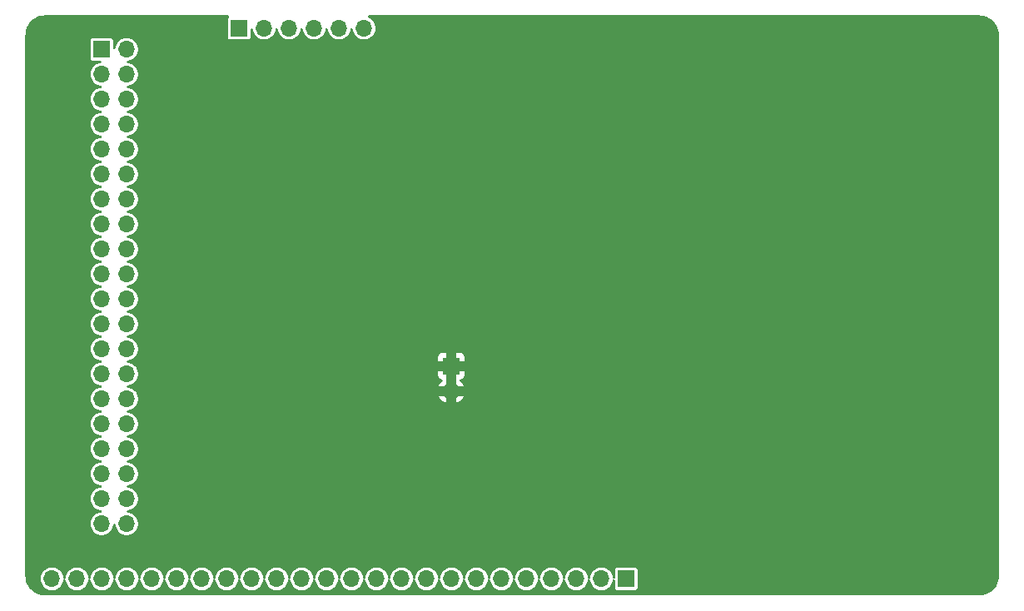
<source format=gbr>
%TF.GenerationSoftware,KiCad,Pcbnew,9.0.0-1.fc41*%
%TF.CreationDate,2025-03-28T10:43:55+08:00*%
%TF.ProjectId,st77xxlcd,73743737-7878-46c6-9364-2e6b69636164,V1.0.0*%
%TF.SameCoordinates,PX413b380PY77f8e40*%
%TF.FileFunction,Copper,L2,Bot*%
%TF.FilePolarity,Positive*%
%FSLAX46Y46*%
G04 Gerber Fmt 4.6, Leading zero omitted, Abs format (unit mm)*
G04 Created by KiCad (PCBNEW 9.0.0-1.fc41) date 2025-03-28 10:43:55*
%MOMM*%
%LPD*%
G01*
G04 APERTURE LIST*
%TA.AperFunction,ComponentPad*%
%ADD10R,1.700000X1.700000*%
%TD*%
%TA.AperFunction,ComponentPad*%
%ADD11O,1.700000X1.700000*%
%TD*%
%TA.AperFunction,ViaPad*%
%ADD12C,0.600000*%
%TD*%
%TA.AperFunction,Conductor*%
%ADD13C,0.200000*%
%TD*%
G04 APERTURE END LIST*
D10*
%TO.P,J7,1,Pin_1*%
%TO.N,GND*%
X43800000Y23840000D03*
D11*
%TO.P,J7,2,Pin_2*%
X43800000Y21300000D03*
%TD*%
D10*
%TO.P,J6,1,Pin_1*%
%TO.N,Net-(J3-Pin_1)*%
X61620000Y2200000D03*
D11*
%TO.P,J6,2,Pin_2*%
%TO.N,Net-(J3-Pin_2)*%
X59080000Y2200000D03*
%TO.P,J6,3,Pin_3*%
%TO.N,Net-(J3-Pin_3)*%
X56540000Y2200000D03*
%TO.P,J6,4,Pin_4*%
%TO.N,Net-(J3-Pin_4)*%
X54000000Y2200000D03*
%TO.P,J6,5,Pin_5*%
%TO.N,Net-(J3-Pin_5)*%
X51460000Y2200000D03*
%TO.P,J6,6,Pin_6*%
%TO.N,Net-(J3-Pin_6)*%
X48920000Y2200000D03*
%TO.P,J6,7,Pin_7*%
%TO.N,Net-(J3-Pin_7)*%
X46380000Y2200000D03*
%TO.P,J6,8,Pin_8*%
%TO.N,Net-(J3-Pin_8)*%
X43840000Y2200000D03*
%TO.P,J6,9,Pin_9*%
%TO.N,Net-(J3-Pin_9)*%
X41300000Y2200000D03*
%TO.P,J6,10,Pin_10*%
%TO.N,Net-(J3-Pin_10)*%
X38760000Y2200000D03*
%TO.P,J6,11,Pin_11*%
%TO.N,Net-(J3-Pin_11)*%
X36220000Y2200000D03*
%TO.P,J6,12,Pin_12*%
%TO.N,Net-(J3-Pin_12)*%
X33680000Y2200000D03*
%TO.P,J6,13,Pin_13*%
%TO.N,Net-(J3-Pin_13)*%
X31140000Y2200000D03*
%TO.P,J6,14,Pin_14*%
%TO.N,Net-(J3-Pin_14)*%
X28600000Y2200000D03*
%TO.P,J6,15,Pin_15*%
%TO.N,Net-(J3-Pin_15)*%
X26060000Y2200000D03*
%TO.P,J6,16,Pin_16*%
%TO.N,Net-(J3-Pin_16)*%
X23520000Y2200000D03*
%TO.P,J6,17,Pin_17*%
%TO.N,Net-(J3-Pin_17)*%
X20980000Y2200000D03*
%TO.P,J6,18,Pin_18*%
%TO.N,Net-(J3-Pin_18)*%
X18440000Y2200000D03*
%TO.P,J6,19,Pin_19*%
%TO.N,Net-(J3-Pin_19)*%
X15900000Y2200000D03*
%TO.P,J6,20,Pin_20*%
%TO.N,Net-(J3-Pin_20)*%
X13360000Y2200000D03*
%TO.P,J6,21,Pin_21*%
%TO.N,Net-(J3-Pin_21)*%
X10820000Y2200000D03*
%TO.P,J6,22,Pin_22*%
%TO.N,Net-(J3-Pin_22)*%
X8280000Y2200000D03*
%TO.P,J6,23,Pin_23*%
%TO.N,Net-(J3-Pin_23)*%
X5740000Y2200000D03*
%TO.P,J6,24,Pin_24*%
%TO.N,Net-(J3-Pin_24)*%
X3200000Y2200000D03*
%TD*%
D10*
%TO.P,J4,1,Pin_1*%
%TO.N,Net-(J1-Pin_40)*%
X8260000Y56060000D03*
D11*
%TO.P,J4,2,Pin_2*%
%TO.N,Net-(J1-Pin_39)*%
X10800000Y56060000D03*
%TO.P,J4,3,Pin_3*%
%TO.N,Net-(J1-Pin_38)*%
X8260000Y53520000D03*
%TO.P,J4,4,Pin_4*%
%TO.N,Net-(J1-Pin_37)*%
X10800000Y53520000D03*
%TO.P,J4,5,Pin_5*%
%TO.N,Net-(J1-Pin_36)*%
X8260000Y50980000D03*
%TO.P,J4,6,Pin_6*%
%TO.N,Net-(J1-Pin_35)*%
X10800000Y50980000D03*
%TO.P,J4,7,Pin_7*%
%TO.N,Net-(J1-Pin_34)*%
X8260000Y48440000D03*
%TO.P,J4,8,Pin_8*%
%TO.N,Net-(J1-Pin_33)*%
X10800000Y48440000D03*
%TO.P,J4,9,Pin_9*%
%TO.N,Net-(J1-Pin_32)*%
X8260000Y45900000D03*
%TO.P,J4,10,Pin_10*%
%TO.N,Net-(J1-Pin_31)*%
X10800000Y45900000D03*
%TO.P,J4,11,Pin_11*%
%TO.N,Net-(J1-Pin_30)*%
X8260000Y43360000D03*
%TO.P,J4,12,Pin_12*%
%TO.N,Net-(J1-Pin_29)*%
X10800000Y43360000D03*
%TO.P,J4,13,Pin_13*%
%TO.N,Net-(J1-Pin_28)*%
X8260000Y40820000D03*
%TO.P,J4,14,Pin_14*%
%TO.N,Net-(J1-Pin_27)*%
X10800000Y40820000D03*
%TO.P,J4,15,Pin_15*%
%TO.N,Net-(J1-Pin_26)*%
X8260000Y38280000D03*
%TO.P,J4,16,Pin_16*%
%TO.N,Net-(J1-Pin_25)*%
X10800000Y38280000D03*
%TO.P,J4,17,Pin_17*%
%TO.N,Net-(J1-Pin_24)*%
X8260000Y35740000D03*
%TO.P,J4,18,Pin_18*%
%TO.N,Net-(J1-Pin_23)*%
X10800000Y35740000D03*
%TO.P,J4,19,Pin_19*%
%TO.N,Net-(J1-Pin_22)*%
X8260000Y33200000D03*
%TO.P,J4,20,Pin_20*%
%TO.N,Net-(J1-Pin_21)*%
X10800000Y33200000D03*
%TO.P,J4,21,Pin_21*%
%TO.N,Net-(J1-Pin_20)*%
X8260000Y30660000D03*
%TO.P,J4,22,Pin_22*%
%TO.N,Net-(J1-Pin_19)*%
X10800000Y30660000D03*
%TO.P,J4,23,Pin_23*%
%TO.N,Net-(J1-Pin_18)*%
X8260000Y28120000D03*
%TO.P,J4,24,Pin_24*%
%TO.N,Net-(J1-Pin_17)*%
X10800000Y28120000D03*
%TO.P,J4,25,Pin_25*%
%TO.N,Net-(J1-Pin_16)*%
X8260000Y25580000D03*
%TO.P,J4,26,Pin_26*%
%TO.N,Net-(J1-Pin_15)*%
X10800000Y25580000D03*
%TO.P,J4,27,Pin_27*%
%TO.N,Net-(J1-Pin_14)*%
X8260000Y23040000D03*
%TO.P,J4,28,Pin_28*%
%TO.N,Net-(J1-Pin_13)*%
X10800000Y23040000D03*
%TO.P,J4,29,Pin_29*%
%TO.N,Net-(J1-Pin_12)*%
X8260000Y20500000D03*
%TO.P,J4,30,Pin_30*%
%TO.N,Net-(J1-Pin_11)*%
X10800000Y20500000D03*
%TO.P,J4,31,Pin_31*%
%TO.N,Net-(J1-Pin_10)*%
X8260000Y17960000D03*
%TO.P,J4,32,Pin_32*%
%TO.N,Net-(J1-Pin_9)*%
X10800000Y17960000D03*
%TO.P,J4,33,Pin_33*%
%TO.N,Net-(J1-Pin_8)*%
X8260000Y15420000D03*
%TO.P,J4,34,Pin_34*%
%TO.N,Net-(J1-Pin_7)*%
X10800000Y15420000D03*
%TO.P,J4,35,Pin_35*%
%TO.N,Net-(J1-Pin_6)*%
X8260000Y12880000D03*
%TO.P,J4,36,Pin_36*%
%TO.N,Net-(J1-Pin_5)*%
X10800000Y12880000D03*
%TO.P,J4,37,Pin_37*%
%TO.N,Net-(J1-Pin_4)*%
X8260000Y10340000D03*
%TO.P,J4,38,Pin_38*%
%TO.N,Net-(J1-Pin_3)*%
X10800000Y10340000D03*
%TO.P,J4,39,Pin_39*%
%TO.N,Net-(J1-Pin_2)*%
X8260000Y7800000D03*
%TO.P,J4,40,Pin_40*%
%TO.N,Net-(J1-Pin_1)*%
X10800000Y7800000D03*
%TD*%
D10*
%TO.P,J5,1,Pin_1*%
%TO.N,Net-(J2-Pin_1)*%
X22250000Y58200000D03*
D11*
%TO.P,J5,2,Pin_2*%
%TO.N,Net-(J2-Pin_2)*%
X24790000Y58200000D03*
%TO.P,J5,3,Pin_3*%
%TO.N,Net-(J2-Pin_3)*%
X27330000Y58200000D03*
%TO.P,J5,4,Pin_4*%
%TO.N,Net-(J2-Pin_4)*%
X29870000Y58200000D03*
%TO.P,J5,5,Pin_5*%
%TO.N,Net-(J2-Pin_5)*%
X32410000Y58200000D03*
%TO.P,J5,6,Pin_6*%
%TO.N,Net-(J2-Pin_6)*%
X34950000Y58200000D03*
%TD*%
D12*
%TO.N,GND*%
X35050000Y50350000D03*
X45400000Y55500000D03*
X21700000Y15850000D03*
X31650000Y25750000D03*
X61600000Y25800000D03*
X56600000Y25850000D03*
X46600000Y20850000D03*
X46600000Y15850000D03*
X51600000Y20850000D03*
X41650000Y20800000D03*
X36650000Y15800000D03*
X31650000Y15800000D03*
X41650000Y15750000D03*
X26600000Y20850000D03*
X26600000Y15750000D03*
X31600000Y20800000D03*
X36650000Y20800000D03*
X51650000Y30800000D03*
X46650000Y25800000D03*
X41650000Y25800000D03*
X51650000Y25750000D03*
X36600000Y30850000D03*
X36600000Y25750000D03*
X41600000Y30800000D03*
X46650000Y30800000D03*
X31650000Y10850000D03*
X76600000Y15700000D03*
X76600000Y35750000D03*
X3700000Y35950000D03*
X86600000Y40850000D03*
X21650000Y10850000D03*
X66600000Y25800000D03*
X76550000Y10800000D03*
X66550000Y5750000D03*
X71650000Y25750000D03*
X86600000Y30800000D03*
X96550000Y40750000D03*
X71650000Y45800000D03*
X91600000Y50800000D03*
X76600000Y20750000D03*
X66600000Y35800000D03*
X86600000Y50800000D03*
X66550000Y10800000D03*
X61600000Y45800000D03*
X3700000Y55850000D03*
X81600000Y5750000D03*
X96550000Y25800000D03*
X81550000Y50800000D03*
X81650000Y40750000D03*
X61650000Y35750000D03*
X71550000Y40800000D03*
X66600000Y55850000D03*
X81600000Y45800000D03*
X81550000Y30800000D03*
X61650000Y55800000D03*
X96550000Y55800000D03*
X3700000Y20800000D03*
X91600000Y5700000D03*
X76600000Y55750000D03*
X81550000Y10750000D03*
X76550000Y25750000D03*
X71600000Y10800000D03*
X66550000Y30750000D03*
X91600000Y55800000D03*
X86600000Y15700000D03*
X26650000Y10900000D03*
X71650000Y55750000D03*
X91600000Y20750000D03*
X81600000Y35800000D03*
X66600000Y15750000D03*
X3700000Y25850000D03*
X71600000Y50850000D03*
X66600000Y45800000D03*
X71650000Y5800000D03*
X91600000Y15750000D03*
X86600000Y20850000D03*
X76550000Y30850000D03*
X91600000Y35800000D03*
X91600000Y25750000D03*
X3700000Y45900000D03*
X96550000Y20750000D03*
X71650000Y15750000D03*
X71650000Y20800000D03*
X86600000Y5750000D03*
X3600000Y40900000D03*
X81600000Y25800000D03*
X56600000Y55800000D03*
X76550000Y5700000D03*
X3700000Y10850000D03*
X76600000Y40750000D03*
X3700000Y30900000D03*
X86600000Y45800000D03*
X3650000Y50950000D03*
X16700000Y10900000D03*
X71650000Y35850000D03*
X96600000Y10750000D03*
X36650000Y10900000D03*
X66700000Y50750000D03*
X86600000Y35750000D03*
X96550000Y35800000D03*
X96600000Y50800000D03*
X91600000Y45750000D03*
X81650000Y20750000D03*
X96600000Y30800000D03*
X96550000Y45800000D03*
X81600000Y55800000D03*
X86600000Y10750000D03*
X76550000Y50850000D03*
X61600000Y40800000D03*
X81600000Y15750000D03*
X76550000Y45750000D03*
X3700000Y5800000D03*
X66600000Y40800000D03*
X61600000Y50800000D03*
X96550000Y5750000D03*
X91600000Y40750000D03*
X86600000Y55750000D03*
X91600000Y10750000D03*
X66600000Y20800000D03*
X86600000Y25800000D03*
X71650000Y30800000D03*
X96550000Y15750000D03*
X3600000Y15800000D03*
X91600000Y30800000D03*
%TD*%
D13*
%TO.N,Net-(J1-Pin_5)*%
X10800000Y12880000D02*
X11088000Y13168000D01*
%TD*%
%TA.AperFunction,Conductor*%
%TO.N,GND*%
G36*
X21146412Y59493262D02*
G01*
X21168501Y59491682D01*
X21179284Y59483610D01*
X21192206Y59479815D01*
X21206705Y59463082D01*
X21224434Y59449810D01*
X21229141Y59437190D01*
X21237961Y59427011D01*
X21241112Y59405094D01*
X21248851Y59384346D01*
X21245988Y59371186D01*
X21247905Y59357853D01*
X21238705Y59337710D01*
X21233999Y59316073D01*
X21220730Y59298348D01*
X21218880Y59294297D01*
X21212848Y59287819D01*
X21147794Y59222766D01*
X21102415Y59119994D01*
X21102415Y59119992D01*
X21099500Y59094869D01*
X21099500Y57305144D01*
X21099502Y57305118D01*
X21102413Y57280013D01*
X21102415Y57280009D01*
X21147793Y57177236D01*
X21147794Y57177235D01*
X21227235Y57097794D01*
X21330009Y57052415D01*
X21355135Y57049500D01*
X23144864Y57049501D01*
X23144879Y57049503D01*
X23144882Y57049503D01*
X23169987Y57052414D01*
X23169988Y57052415D01*
X23169991Y57052415D01*
X23272765Y57097794D01*
X23352206Y57177235D01*
X23397585Y57280009D01*
X23400500Y57305135D01*
X23400499Y58042875D01*
X23420183Y58109911D01*
X23472987Y58155666D01*
X23542146Y58165610D01*
X23605702Y58136585D01*
X23643476Y58077807D01*
X23646972Y58062271D01*
X23667829Y57930590D01*
X23723787Y57758364D01*
X23723788Y57758361D01*
X23806006Y57597003D01*
X23912441Y57450506D01*
X23912445Y57450501D01*
X24040500Y57322446D01*
X24040505Y57322442D01*
X24168287Y57229604D01*
X24187006Y57216004D01*
X24263094Y57177235D01*
X24348360Y57133789D01*
X24348363Y57133788D01*
X24434476Y57105809D01*
X24520591Y57077829D01*
X24603429Y57064709D01*
X24699449Y57049500D01*
X24699454Y57049500D01*
X24880551Y57049500D01*
X24967259Y57063235D01*
X25059409Y57077829D01*
X25231639Y57133789D01*
X25392994Y57216004D01*
X25539501Y57322447D01*
X25667553Y57450499D01*
X25773996Y57597006D01*
X25856211Y57758361D01*
X25912171Y57930591D01*
X25927156Y58025203D01*
X25937527Y58090679D01*
X25967456Y58153814D01*
X26026768Y58190745D01*
X26096630Y58189747D01*
X26154863Y58151137D01*
X26182473Y58090679D01*
X26207829Y57930590D01*
X26263787Y57758364D01*
X26263788Y57758361D01*
X26346006Y57597003D01*
X26452441Y57450506D01*
X26452445Y57450501D01*
X26580500Y57322446D01*
X26580505Y57322442D01*
X26708287Y57229604D01*
X26727006Y57216004D01*
X26803094Y57177235D01*
X26888360Y57133789D01*
X26888363Y57133788D01*
X26974476Y57105809D01*
X27060591Y57077829D01*
X27143429Y57064709D01*
X27239449Y57049500D01*
X27239454Y57049500D01*
X27420551Y57049500D01*
X27507259Y57063235D01*
X27599409Y57077829D01*
X27771639Y57133789D01*
X27932994Y57216004D01*
X28079501Y57322447D01*
X28207553Y57450499D01*
X28313996Y57597006D01*
X28396211Y57758361D01*
X28452171Y57930591D01*
X28467156Y58025203D01*
X28477527Y58090679D01*
X28507456Y58153814D01*
X28566768Y58190745D01*
X28636630Y58189747D01*
X28694863Y58151137D01*
X28722473Y58090679D01*
X28747829Y57930590D01*
X28803787Y57758364D01*
X28803788Y57758361D01*
X28886006Y57597003D01*
X28992441Y57450506D01*
X28992445Y57450501D01*
X29120500Y57322446D01*
X29120505Y57322442D01*
X29248287Y57229604D01*
X29267006Y57216004D01*
X29343094Y57177235D01*
X29428360Y57133789D01*
X29428363Y57133788D01*
X29514476Y57105809D01*
X29600591Y57077829D01*
X29683429Y57064709D01*
X29779449Y57049500D01*
X29779454Y57049500D01*
X29960551Y57049500D01*
X30047259Y57063235D01*
X30139409Y57077829D01*
X30311639Y57133789D01*
X30472994Y57216004D01*
X30619501Y57322447D01*
X30747553Y57450499D01*
X30853996Y57597006D01*
X30936211Y57758361D01*
X30992171Y57930591D01*
X31007156Y58025203D01*
X31017527Y58090679D01*
X31047456Y58153814D01*
X31106768Y58190745D01*
X31176630Y58189747D01*
X31234863Y58151137D01*
X31262473Y58090679D01*
X31287829Y57930590D01*
X31343787Y57758364D01*
X31343788Y57758361D01*
X31426006Y57597003D01*
X31532441Y57450506D01*
X31532445Y57450501D01*
X31660500Y57322446D01*
X31660505Y57322442D01*
X31788287Y57229604D01*
X31807006Y57216004D01*
X31883094Y57177235D01*
X31968360Y57133789D01*
X31968363Y57133788D01*
X32054476Y57105809D01*
X32140591Y57077829D01*
X32223429Y57064709D01*
X32319449Y57049500D01*
X32319454Y57049500D01*
X32500551Y57049500D01*
X32587259Y57063235D01*
X32679409Y57077829D01*
X32851639Y57133789D01*
X33012994Y57216004D01*
X33159501Y57322447D01*
X33287553Y57450499D01*
X33393996Y57597006D01*
X33476211Y57758361D01*
X33532171Y57930591D01*
X33547156Y58025203D01*
X33557527Y58090679D01*
X33587456Y58153814D01*
X33646768Y58190745D01*
X33716630Y58189747D01*
X33774863Y58151137D01*
X33802473Y58090679D01*
X33827829Y57930590D01*
X33883787Y57758364D01*
X33883788Y57758361D01*
X33966006Y57597003D01*
X34072441Y57450506D01*
X34072445Y57450501D01*
X34200500Y57322446D01*
X34200505Y57322442D01*
X34328287Y57229604D01*
X34347006Y57216004D01*
X34423094Y57177235D01*
X34508360Y57133789D01*
X34508363Y57133788D01*
X34594476Y57105809D01*
X34680591Y57077829D01*
X34763429Y57064709D01*
X34859449Y57049500D01*
X34859454Y57049500D01*
X35040551Y57049500D01*
X35127259Y57063235D01*
X35219409Y57077829D01*
X35391639Y57133789D01*
X35552994Y57216004D01*
X35699501Y57322447D01*
X35827553Y57450499D01*
X35933996Y57597006D01*
X36016211Y57758361D01*
X36072171Y57930591D01*
X36087156Y58025203D01*
X36100500Y58109449D01*
X36100500Y58290552D01*
X36084019Y58394603D01*
X36072171Y58469409D01*
X36044191Y58555524D01*
X36016212Y58641637D01*
X36016211Y58641640D01*
X35977701Y58717218D01*
X35933996Y58802994D01*
X35920396Y58821713D01*
X35827558Y58949495D01*
X35827554Y58949500D01*
X35699499Y59077555D01*
X35699494Y59077559D01*
X35552997Y59183994D01*
X35552996Y59183995D01*
X35552994Y59183996D01*
X35452476Y59235213D01*
X35393987Y59265015D01*
X35343191Y59312990D01*
X35326396Y59380811D01*
X35348934Y59446946D01*
X35403649Y59490397D01*
X35450282Y59499500D01*
X97434108Y59499500D01*
X97495933Y59499500D01*
X97504043Y59499235D01*
X97752895Y59482925D01*
X97768953Y59480810D01*
X97939198Y59446946D01*
X98009535Y59432955D01*
X98025202Y59428757D01*
X98166447Y59380811D01*
X98257481Y59349909D01*
X98272458Y59343706D01*
X98432028Y59265015D01*
X98492460Y59235213D01*
X98506508Y59227103D01*
X98710464Y59090823D01*
X98723325Y59080955D01*
X98838040Y58980352D01*
X98907749Y58919219D01*
X98919218Y58907750D01*
X99080951Y58723329D01*
X99090825Y58710461D01*
X99227102Y58506508D01*
X99235212Y58492461D01*
X99343702Y58272466D01*
X99349909Y58257480D01*
X99428756Y58025203D01*
X99432954Y58009536D01*
X99480807Y57768965D01*
X99482925Y57752884D01*
X99499235Y57504044D01*
X99499500Y57495934D01*
X99499500Y2504067D01*
X99499235Y2495957D01*
X99482925Y2247117D01*
X99480807Y2231036D01*
X99432954Y1990465D01*
X99428756Y1974798D01*
X99349909Y1742521D01*
X99343702Y1727535D01*
X99235212Y1507540D01*
X99227102Y1493493D01*
X99090825Y1289540D01*
X99080951Y1276672D01*
X98919218Y1092251D01*
X98907749Y1080782D01*
X98723328Y919049D01*
X98710460Y909175D01*
X98506507Y772898D01*
X98492460Y764788D01*
X98272465Y656298D01*
X98257479Y650091D01*
X98025202Y571244D01*
X98009535Y567046D01*
X97768964Y519193D01*
X97752883Y517075D01*
X97504043Y500765D01*
X97495933Y500500D01*
X2504067Y500500D01*
X2495957Y500765D01*
X2247116Y517075D01*
X2231035Y519193D01*
X1990464Y567046D01*
X1974797Y571244D01*
X1742520Y650091D01*
X1727534Y656298D01*
X1507539Y764788D01*
X1493492Y772898D01*
X1289539Y909175D01*
X1276671Y919049D01*
X1092250Y1080782D01*
X1080781Y1092251D01*
X1006251Y1177236D01*
X919045Y1276675D01*
X909174Y1289540D01*
X898765Y1305118D01*
X772897Y1493493D01*
X764787Y1507540D01*
X658855Y1722348D01*
X656294Y1727542D01*
X650090Y1742521D01*
X571243Y1974798D01*
X567045Y1990465D01*
X547111Y2090679D01*
X519190Y2231047D01*
X517075Y2247107D01*
X514228Y2290552D01*
X2049500Y2290552D01*
X2049500Y2109449D01*
X2077829Y1930590D01*
X2133787Y1758364D01*
X2133788Y1758361D01*
X2216006Y1597003D01*
X2322441Y1450506D01*
X2322445Y1450501D01*
X2450500Y1322446D01*
X2450505Y1322442D01*
X2513503Y1276672D01*
X2597006Y1216004D01*
X2673094Y1177235D01*
X2758360Y1133789D01*
X2758363Y1133788D01*
X2844476Y1105809D01*
X2930591Y1077829D01*
X3013429Y1064709D01*
X3109449Y1049500D01*
X3109454Y1049500D01*
X3290551Y1049500D01*
X3377259Y1063235D01*
X3469409Y1077829D01*
X3641639Y1133789D01*
X3802994Y1216004D01*
X3949501Y1322447D01*
X4077553Y1450499D01*
X4183996Y1597006D01*
X4266211Y1758361D01*
X4322171Y1930591D01*
X4343027Y2062271D01*
X4347527Y2090679D01*
X4377456Y2153814D01*
X4436768Y2190745D01*
X4506630Y2189747D01*
X4564863Y2151137D01*
X4592473Y2090679D01*
X4617829Y1930590D01*
X4673787Y1758364D01*
X4673788Y1758361D01*
X4756006Y1597003D01*
X4862441Y1450506D01*
X4862445Y1450501D01*
X4990500Y1322446D01*
X4990505Y1322442D01*
X5053503Y1276672D01*
X5137006Y1216004D01*
X5213094Y1177235D01*
X5298360Y1133789D01*
X5298363Y1133788D01*
X5384476Y1105809D01*
X5470591Y1077829D01*
X5553429Y1064709D01*
X5649449Y1049500D01*
X5649454Y1049500D01*
X5830551Y1049500D01*
X5917259Y1063235D01*
X6009409Y1077829D01*
X6181639Y1133789D01*
X6342994Y1216004D01*
X6489501Y1322447D01*
X6617553Y1450499D01*
X6723996Y1597006D01*
X6806211Y1758361D01*
X6862171Y1930591D01*
X6883027Y2062271D01*
X6887527Y2090679D01*
X6917456Y2153814D01*
X6976768Y2190745D01*
X7046630Y2189747D01*
X7104863Y2151137D01*
X7132473Y2090679D01*
X7157829Y1930590D01*
X7213787Y1758364D01*
X7213788Y1758361D01*
X7296006Y1597003D01*
X7402441Y1450506D01*
X7402445Y1450501D01*
X7530500Y1322446D01*
X7530505Y1322442D01*
X7593503Y1276672D01*
X7677006Y1216004D01*
X7753094Y1177235D01*
X7838360Y1133789D01*
X7838363Y1133788D01*
X7924476Y1105809D01*
X8010591Y1077829D01*
X8093429Y1064709D01*
X8189449Y1049500D01*
X8189454Y1049500D01*
X8370551Y1049500D01*
X8457259Y1063235D01*
X8549409Y1077829D01*
X8721639Y1133789D01*
X8882994Y1216004D01*
X9029501Y1322447D01*
X9157553Y1450499D01*
X9263996Y1597006D01*
X9346211Y1758361D01*
X9402171Y1930591D01*
X9423027Y2062271D01*
X9427527Y2090679D01*
X9457456Y2153814D01*
X9516768Y2190745D01*
X9586630Y2189747D01*
X9644863Y2151137D01*
X9672473Y2090679D01*
X9697829Y1930590D01*
X9753787Y1758364D01*
X9753788Y1758361D01*
X9836006Y1597003D01*
X9942441Y1450506D01*
X9942445Y1450501D01*
X10070500Y1322446D01*
X10070505Y1322442D01*
X10133503Y1276672D01*
X10217006Y1216004D01*
X10293094Y1177235D01*
X10378360Y1133789D01*
X10378363Y1133788D01*
X10464476Y1105809D01*
X10550591Y1077829D01*
X10633429Y1064709D01*
X10729449Y1049500D01*
X10729454Y1049500D01*
X10910551Y1049500D01*
X10997259Y1063235D01*
X11089409Y1077829D01*
X11261639Y1133789D01*
X11422994Y1216004D01*
X11569501Y1322447D01*
X11697553Y1450499D01*
X11803996Y1597006D01*
X11886211Y1758361D01*
X11942171Y1930591D01*
X11963027Y2062271D01*
X11967527Y2090679D01*
X11997456Y2153814D01*
X12056768Y2190745D01*
X12126630Y2189747D01*
X12184863Y2151137D01*
X12212473Y2090679D01*
X12237829Y1930590D01*
X12293787Y1758364D01*
X12293788Y1758361D01*
X12376006Y1597003D01*
X12482441Y1450506D01*
X12482445Y1450501D01*
X12610500Y1322446D01*
X12610505Y1322442D01*
X12673503Y1276672D01*
X12757006Y1216004D01*
X12833094Y1177235D01*
X12918360Y1133789D01*
X12918363Y1133788D01*
X13004476Y1105809D01*
X13090591Y1077829D01*
X13173429Y1064709D01*
X13269449Y1049500D01*
X13269454Y1049500D01*
X13450551Y1049500D01*
X13537259Y1063235D01*
X13629409Y1077829D01*
X13801639Y1133789D01*
X13962994Y1216004D01*
X14109501Y1322447D01*
X14237553Y1450499D01*
X14343996Y1597006D01*
X14426211Y1758361D01*
X14482171Y1930591D01*
X14503027Y2062271D01*
X14507527Y2090679D01*
X14537456Y2153814D01*
X14596768Y2190745D01*
X14666630Y2189747D01*
X14724863Y2151137D01*
X14752473Y2090679D01*
X14777829Y1930590D01*
X14833787Y1758364D01*
X14833788Y1758361D01*
X14916006Y1597003D01*
X15022441Y1450506D01*
X15022445Y1450501D01*
X15150500Y1322446D01*
X15150505Y1322442D01*
X15213503Y1276672D01*
X15297006Y1216004D01*
X15373094Y1177235D01*
X15458360Y1133789D01*
X15458363Y1133788D01*
X15544476Y1105809D01*
X15630591Y1077829D01*
X15713429Y1064709D01*
X15809449Y1049500D01*
X15809454Y1049500D01*
X15990551Y1049500D01*
X16077259Y1063235D01*
X16169409Y1077829D01*
X16341639Y1133789D01*
X16502994Y1216004D01*
X16649501Y1322447D01*
X16777553Y1450499D01*
X16883996Y1597006D01*
X16966211Y1758361D01*
X17022171Y1930591D01*
X17043027Y2062271D01*
X17047527Y2090679D01*
X17077456Y2153814D01*
X17136768Y2190745D01*
X17206630Y2189747D01*
X17264863Y2151137D01*
X17292473Y2090679D01*
X17317829Y1930590D01*
X17373787Y1758364D01*
X17373788Y1758361D01*
X17456006Y1597003D01*
X17562441Y1450506D01*
X17562445Y1450501D01*
X17690500Y1322446D01*
X17690505Y1322442D01*
X17753503Y1276672D01*
X17837006Y1216004D01*
X17913094Y1177235D01*
X17998360Y1133789D01*
X17998363Y1133788D01*
X18084476Y1105809D01*
X18170591Y1077829D01*
X18253429Y1064709D01*
X18349449Y1049500D01*
X18349454Y1049500D01*
X18530551Y1049500D01*
X18617259Y1063235D01*
X18709409Y1077829D01*
X18881639Y1133789D01*
X19042994Y1216004D01*
X19189501Y1322447D01*
X19317553Y1450499D01*
X19423996Y1597006D01*
X19506211Y1758361D01*
X19562171Y1930591D01*
X19583027Y2062271D01*
X19587527Y2090679D01*
X19617456Y2153814D01*
X19676768Y2190745D01*
X19746630Y2189747D01*
X19804863Y2151137D01*
X19832473Y2090679D01*
X19857829Y1930590D01*
X19913787Y1758364D01*
X19913788Y1758361D01*
X19996006Y1597003D01*
X20102441Y1450506D01*
X20102445Y1450501D01*
X20230500Y1322446D01*
X20230505Y1322442D01*
X20293503Y1276672D01*
X20377006Y1216004D01*
X20453094Y1177235D01*
X20538360Y1133789D01*
X20538363Y1133788D01*
X20624476Y1105809D01*
X20710591Y1077829D01*
X20793429Y1064709D01*
X20889449Y1049500D01*
X20889454Y1049500D01*
X21070551Y1049500D01*
X21157259Y1063235D01*
X21249409Y1077829D01*
X21421639Y1133789D01*
X21582994Y1216004D01*
X21729501Y1322447D01*
X21857553Y1450499D01*
X21963996Y1597006D01*
X22046211Y1758361D01*
X22102171Y1930591D01*
X22123027Y2062271D01*
X22127527Y2090679D01*
X22157456Y2153814D01*
X22216768Y2190745D01*
X22286630Y2189747D01*
X22344863Y2151137D01*
X22372473Y2090679D01*
X22397829Y1930590D01*
X22453787Y1758364D01*
X22453788Y1758361D01*
X22536006Y1597003D01*
X22642441Y1450506D01*
X22642445Y1450501D01*
X22770500Y1322446D01*
X22770505Y1322442D01*
X22833503Y1276672D01*
X22917006Y1216004D01*
X22993094Y1177235D01*
X23078360Y1133789D01*
X23078363Y1133788D01*
X23164476Y1105809D01*
X23250591Y1077829D01*
X23333429Y1064709D01*
X23429449Y1049500D01*
X23429454Y1049500D01*
X23610551Y1049500D01*
X23697259Y1063235D01*
X23789409Y1077829D01*
X23961639Y1133789D01*
X24122994Y1216004D01*
X24269501Y1322447D01*
X24397553Y1450499D01*
X24503996Y1597006D01*
X24586211Y1758361D01*
X24642171Y1930591D01*
X24663027Y2062271D01*
X24667527Y2090679D01*
X24697456Y2153814D01*
X24756768Y2190745D01*
X24826630Y2189747D01*
X24884863Y2151137D01*
X24912473Y2090679D01*
X24937829Y1930590D01*
X24993787Y1758364D01*
X24993788Y1758361D01*
X25076006Y1597003D01*
X25182441Y1450506D01*
X25182445Y1450501D01*
X25310500Y1322446D01*
X25310505Y1322442D01*
X25373503Y1276672D01*
X25457006Y1216004D01*
X25533094Y1177235D01*
X25618360Y1133789D01*
X25618363Y1133788D01*
X25704476Y1105809D01*
X25790591Y1077829D01*
X25873429Y1064709D01*
X25969449Y1049500D01*
X25969454Y1049500D01*
X26150551Y1049500D01*
X26237259Y1063235D01*
X26329409Y1077829D01*
X26501639Y1133789D01*
X26662994Y1216004D01*
X26809501Y1322447D01*
X26937553Y1450499D01*
X27043996Y1597006D01*
X27126211Y1758361D01*
X27182171Y1930591D01*
X27203027Y2062271D01*
X27207527Y2090679D01*
X27237456Y2153814D01*
X27296768Y2190745D01*
X27366630Y2189747D01*
X27424863Y2151137D01*
X27452473Y2090679D01*
X27477829Y1930590D01*
X27533787Y1758364D01*
X27533788Y1758361D01*
X27616006Y1597003D01*
X27722441Y1450506D01*
X27722445Y1450501D01*
X27850500Y1322446D01*
X27850505Y1322442D01*
X27913503Y1276672D01*
X27997006Y1216004D01*
X28073094Y1177235D01*
X28158360Y1133789D01*
X28158363Y1133788D01*
X28244476Y1105809D01*
X28330591Y1077829D01*
X28413429Y1064709D01*
X28509449Y1049500D01*
X28509454Y1049500D01*
X28690551Y1049500D01*
X28777259Y1063235D01*
X28869409Y1077829D01*
X29041639Y1133789D01*
X29202994Y1216004D01*
X29349501Y1322447D01*
X29477553Y1450499D01*
X29583996Y1597006D01*
X29666211Y1758361D01*
X29722171Y1930591D01*
X29743027Y2062271D01*
X29747527Y2090679D01*
X29777456Y2153814D01*
X29836768Y2190745D01*
X29906630Y2189747D01*
X29964863Y2151137D01*
X29992473Y2090679D01*
X30017829Y1930590D01*
X30073787Y1758364D01*
X30073788Y1758361D01*
X30156006Y1597003D01*
X30262441Y1450506D01*
X30262445Y1450501D01*
X30390500Y1322446D01*
X30390505Y1322442D01*
X30453503Y1276672D01*
X30537006Y1216004D01*
X30613094Y1177235D01*
X30698360Y1133789D01*
X30698363Y1133788D01*
X30784476Y1105809D01*
X30870591Y1077829D01*
X30953429Y1064709D01*
X31049449Y1049500D01*
X31049454Y1049500D01*
X31230551Y1049500D01*
X31317259Y1063235D01*
X31409409Y1077829D01*
X31581639Y1133789D01*
X31742994Y1216004D01*
X31889501Y1322447D01*
X32017553Y1450499D01*
X32123996Y1597006D01*
X32206211Y1758361D01*
X32262171Y1930591D01*
X32283027Y2062271D01*
X32287527Y2090679D01*
X32317456Y2153814D01*
X32376768Y2190745D01*
X32446630Y2189747D01*
X32504863Y2151137D01*
X32532473Y2090679D01*
X32557829Y1930590D01*
X32613787Y1758364D01*
X32613788Y1758361D01*
X32696006Y1597003D01*
X32802441Y1450506D01*
X32802445Y1450501D01*
X32930500Y1322446D01*
X32930505Y1322442D01*
X32993503Y1276672D01*
X33077006Y1216004D01*
X33153094Y1177235D01*
X33238360Y1133789D01*
X33238363Y1133788D01*
X33324476Y1105809D01*
X33410591Y1077829D01*
X33493429Y1064709D01*
X33589449Y1049500D01*
X33589454Y1049500D01*
X33770551Y1049500D01*
X33857259Y1063235D01*
X33949409Y1077829D01*
X34121639Y1133789D01*
X34282994Y1216004D01*
X34429501Y1322447D01*
X34557553Y1450499D01*
X34663996Y1597006D01*
X34746211Y1758361D01*
X34802171Y1930591D01*
X34823027Y2062271D01*
X34827527Y2090679D01*
X34857456Y2153814D01*
X34916768Y2190745D01*
X34986630Y2189747D01*
X35044863Y2151137D01*
X35072473Y2090679D01*
X35097829Y1930590D01*
X35153787Y1758364D01*
X35153788Y1758361D01*
X35236006Y1597003D01*
X35342441Y1450506D01*
X35342445Y1450501D01*
X35470500Y1322446D01*
X35470505Y1322442D01*
X35533503Y1276672D01*
X35617006Y1216004D01*
X35693094Y1177235D01*
X35778360Y1133789D01*
X35778363Y1133788D01*
X35864476Y1105809D01*
X35950591Y1077829D01*
X36033429Y1064709D01*
X36129449Y1049500D01*
X36129454Y1049500D01*
X36310551Y1049500D01*
X36397259Y1063235D01*
X36489409Y1077829D01*
X36661639Y1133789D01*
X36822994Y1216004D01*
X36969501Y1322447D01*
X37097553Y1450499D01*
X37203996Y1597006D01*
X37286211Y1758361D01*
X37342171Y1930591D01*
X37363027Y2062271D01*
X37367527Y2090679D01*
X37397456Y2153814D01*
X37456768Y2190745D01*
X37526630Y2189747D01*
X37584863Y2151137D01*
X37612473Y2090679D01*
X37637829Y1930590D01*
X37693787Y1758364D01*
X37693788Y1758361D01*
X37776006Y1597003D01*
X37882441Y1450506D01*
X37882445Y1450501D01*
X38010500Y1322446D01*
X38010505Y1322442D01*
X38073503Y1276672D01*
X38157006Y1216004D01*
X38233094Y1177235D01*
X38318360Y1133789D01*
X38318363Y1133788D01*
X38404476Y1105809D01*
X38490591Y1077829D01*
X38573429Y1064709D01*
X38669449Y1049500D01*
X38669454Y1049500D01*
X38850551Y1049500D01*
X38937259Y1063235D01*
X39029409Y1077829D01*
X39201639Y1133789D01*
X39362994Y1216004D01*
X39509501Y1322447D01*
X39637553Y1450499D01*
X39743996Y1597006D01*
X39826211Y1758361D01*
X39882171Y1930591D01*
X39903027Y2062271D01*
X39907527Y2090679D01*
X39937456Y2153814D01*
X39996768Y2190745D01*
X40066630Y2189747D01*
X40124863Y2151137D01*
X40152473Y2090679D01*
X40177829Y1930590D01*
X40233787Y1758364D01*
X40233788Y1758361D01*
X40316006Y1597003D01*
X40422441Y1450506D01*
X40422445Y1450501D01*
X40550500Y1322446D01*
X40550505Y1322442D01*
X40613503Y1276672D01*
X40697006Y1216004D01*
X40773094Y1177235D01*
X40858360Y1133789D01*
X40858363Y1133788D01*
X40944476Y1105809D01*
X41030591Y1077829D01*
X41113429Y1064709D01*
X41209449Y1049500D01*
X41209454Y1049500D01*
X41390551Y1049500D01*
X41477259Y1063235D01*
X41569409Y1077829D01*
X41741639Y1133789D01*
X41902994Y1216004D01*
X42049501Y1322447D01*
X42177553Y1450499D01*
X42283996Y1597006D01*
X42366211Y1758361D01*
X42422171Y1930591D01*
X42443027Y2062271D01*
X42447527Y2090679D01*
X42477456Y2153814D01*
X42536768Y2190745D01*
X42606630Y2189747D01*
X42664863Y2151137D01*
X42692473Y2090679D01*
X42717829Y1930590D01*
X42773787Y1758364D01*
X42773788Y1758361D01*
X42856006Y1597003D01*
X42962441Y1450506D01*
X42962445Y1450501D01*
X43090500Y1322446D01*
X43090505Y1322442D01*
X43153503Y1276672D01*
X43237006Y1216004D01*
X43313094Y1177235D01*
X43398360Y1133789D01*
X43398363Y1133788D01*
X43484476Y1105809D01*
X43570591Y1077829D01*
X43653429Y1064709D01*
X43749449Y1049500D01*
X43749454Y1049500D01*
X43930551Y1049500D01*
X44017259Y1063235D01*
X44109409Y1077829D01*
X44281639Y1133789D01*
X44442994Y1216004D01*
X44589501Y1322447D01*
X44717553Y1450499D01*
X44823996Y1597006D01*
X44906211Y1758361D01*
X44962171Y1930591D01*
X44983027Y2062271D01*
X44987527Y2090679D01*
X45017456Y2153814D01*
X45076768Y2190745D01*
X45146630Y2189747D01*
X45204863Y2151137D01*
X45232473Y2090679D01*
X45257829Y1930590D01*
X45313787Y1758364D01*
X45313788Y1758361D01*
X45396006Y1597003D01*
X45502441Y1450506D01*
X45502445Y1450501D01*
X45630500Y1322446D01*
X45630505Y1322442D01*
X45693503Y1276672D01*
X45777006Y1216004D01*
X45853094Y1177235D01*
X45938360Y1133789D01*
X45938363Y1133788D01*
X46024476Y1105809D01*
X46110591Y1077829D01*
X46193429Y1064709D01*
X46289449Y1049500D01*
X46289454Y1049500D01*
X46470551Y1049500D01*
X46557259Y1063235D01*
X46649409Y1077829D01*
X46821639Y1133789D01*
X46982994Y1216004D01*
X47129501Y1322447D01*
X47257553Y1450499D01*
X47363996Y1597006D01*
X47446211Y1758361D01*
X47502171Y1930591D01*
X47523027Y2062271D01*
X47527527Y2090679D01*
X47557456Y2153814D01*
X47616768Y2190745D01*
X47686630Y2189747D01*
X47744863Y2151137D01*
X47772473Y2090679D01*
X47797829Y1930590D01*
X47853787Y1758364D01*
X47853788Y1758361D01*
X47936006Y1597003D01*
X48042441Y1450506D01*
X48042445Y1450501D01*
X48170500Y1322446D01*
X48170505Y1322442D01*
X48233503Y1276672D01*
X48317006Y1216004D01*
X48393094Y1177235D01*
X48478360Y1133789D01*
X48478363Y1133788D01*
X48564476Y1105809D01*
X48650591Y1077829D01*
X48733429Y1064709D01*
X48829449Y1049500D01*
X48829454Y1049500D01*
X49010551Y1049500D01*
X49097259Y1063235D01*
X49189409Y1077829D01*
X49361639Y1133789D01*
X49522994Y1216004D01*
X49669501Y1322447D01*
X49797553Y1450499D01*
X49903996Y1597006D01*
X49986211Y1758361D01*
X50042171Y1930591D01*
X50063027Y2062271D01*
X50067527Y2090679D01*
X50097456Y2153814D01*
X50156768Y2190745D01*
X50226630Y2189747D01*
X50284863Y2151137D01*
X50312473Y2090679D01*
X50337829Y1930590D01*
X50393787Y1758364D01*
X50393788Y1758361D01*
X50476006Y1597003D01*
X50582441Y1450506D01*
X50582445Y1450501D01*
X50710500Y1322446D01*
X50710505Y1322442D01*
X50773503Y1276672D01*
X50857006Y1216004D01*
X50933094Y1177235D01*
X51018360Y1133789D01*
X51018363Y1133788D01*
X51104476Y1105809D01*
X51190591Y1077829D01*
X51273429Y1064709D01*
X51369449Y1049500D01*
X51369454Y1049500D01*
X51550551Y1049500D01*
X51637259Y1063235D01*
X51729409Y1077829D01*
X51901639Y1133789D01*
X52062994Y1216004D01*
X52209501Y1322447D01*
X52337553Y1450499D01*
X52443996Y1597006D01*
X52526211Y1758361D01*
X52582171Y1930591D01*
X52603027Y2062271D01*
X52607527Y2090679D01*
X52637456Y2153814D01*
X52696768Y2190745D01*
X52766630Y2189747D01*
X52824863Y2151137D01*
X52852473Y2090679D01*
X52877829Y1930590D01*
X52933787Y1758364D01*
X52933788Y1758361D01*
X53016006Y1597003D01*
X53122441Y1450506D01*
X53122445Y1450501D01*
X53250500Y1322446D01*
X53250505Y1322442D01*
X53313503Y1276672D01*
X53397006Y1216004D01*
X53473094Y1177235D01*
X53558360Y1133789D01*
X53558363Y1133788D01*
X53644476Y1105809D01*
X53730591Y1077829D01*
X53813429Y1064709D01*
X53909449Y1049500D01*
X53909454Y1049500D01*
X54090551Y1049500D01*
X54177259Y1063235D01*
X54269409Y1077829D01*
X54441639Y1133789D01*
X54602994Y1216004D01*
X54749501Y1322447D01*
X54877553Y1450499D01*
X54983996Y1597006D01*
X55066211Y1758361D01*
X55122171Y1930591D01*
X55143027Y2062271D01*
X55147527Y2090679D01*
X55177456Y2153814D01*
X55236768Y2190745D01*
X55306630Y2189747D01*
X55364863Y2151137D01*
X55392473Y2090679D01*
X55417829Y1930590D01*
X55473787Y1758364D01*
X55473788Y1758361D01*
X55556006Y1597003D01*
X55662441Y1450506D01*
X55662445Y1450501D01*
X55790500Y1322446D01*
X55790505Y1322442D01*
X55853503Y1276672D01*
X55937006Y1216004D01*
X56013094Y1177235D01*
X56098360Y1133789D01*
X56098363Y1133788D01*
X56184476Y1105809D01*
X56270591Y1077829D01*
X56353429Y1064709D01*
X56449449Y1049500D01*
X56449454Y1049500D01*
X56630551Y1049500D01*
X56717259Y1063235D01*
X56809409Y1077829D01*
X56981639Y1133789D01*
X57142994Y1216004D01*
X57289501Y1322447D01*
X57417553Y1450499D01*
X57523996Y1597006D01*
X57606211Y1758361D01*
X57662171Y1930591D01*
X57683027Y2062271D01*
X57687527Y2090679D01*
X57717456Y2153814D01*
X57776768Y2190745D01*
X57846630Y2189747D01*
X57904863Y2151137D01*
X57932473Y2090679D01*
X57957829Y1930590D01*
X58013787Y1758364D01*
X58013788Y1758361D01*
X58096006Y1597003D01*
X58202441Y1450506D01*
X58202445Y1450501D01*
X58330500Y1322446D01*
X58330505Y1322442D01*
X58393503Y1276672D01*
X58477006Y1216004D01*
X58553094Y1177235D01*
X58638360Y1133789D01*
X58638363Y1133788D01*
X58724476Y1105809D01*
X58810591Y1077829D01*
X58893429Y1064709D01*
X58989449Y1049500D01*
X58989454Y1049500D01*
X59170551Y1049500D01*
X59257259Y1063235D01*
X59349409Y1077829D01*
X59521639Y1133789D01*
X59682994Y1216004D01*
X59829501Y1322447D01*
X59957553Y1450499D01*
X60063996Y1597006D01*
X60146211Y1758361D01*
X60202171Y1930591D01*
X60223027Y2062271D01*
X60252956Y2125405D01*
X60312267Y2162337D01*
X60382130Y2161339D01*
X60440363Y2122729D01*
X60468477Y2058766D01*
X60469500Y2042873D01*
X60469500Y1305144D01*
X60469502Y1305118D01*
X60472413Y1280013D01*
X60472415Y1280009D01*
X60517793Y1177236D01*
X60517794Y1177235D01*
X60597235Y1097794D01*
X60700009Y1052415D01*
X60725135Y1049500D01*
X62514864Y1049501D01*
X62514879Y1049503D01*
X62514882Y1049503D01*
X62539987Y1052414D01*
X62539988Y1052415D01*
X62539991Y1052415D01*
X62642765Y1097794D01*
X62722206Y1177235D01*
X62767585Y1280009D01*
X62770500Y1305135D01*
X62770499Y3094864D01*
X62770497Y3094883D01*
X62767586Y3119988D01*
X62767585Y3119990D01*
X62767585Y3119991D01*
X62722206Y3222765D01*
X62642765Y3302206D01*
X62642763Y3302207D01*
X62539992Y3347585D01*
X62514865Y3350500D01*
X60725143Y3350500D01*
X60725117Y3350498D01*
X60700012Y3347587D01*
X60700008Y3347585D01*
X60597235Y3302207D01*
X60517794Y3222766D01*
X60472415Y3119994D01*
X60472415Y3119992D01*
X60469500Y3094869D01*
X60469500Y2357129D01*
X60449815Y2290090D01*
X60397011Y2244335D01*
X60327853Y2234391D01*
X60264297Y2263416D01*
X60226523Y2322194D01*
X60223027Y2337731D01*
X60216107Y2381415D01*
X60202171Y2469409D01*
X60146211Y2641639D01*
X60146211Y2641640D01*
X60117740Y2697516D01*
X60063996Y2802994D01*
X60050396Y2821713D01*
X59957558Y2949495D01*
X59957554Y2949500D01*
X59829499Y3077555D01*
X59829494Y3077559D01*
X59682997Y3183994D01*
X59682996Y3183995D01*
X59682994Y3183996D01*
X59606906Y3222765D01*
X59521639Y3266212D01*
X59521636Y3266213D01*
X59349410Y3322171D01*
X59170551Y3350500D01*
X59170546Y3350500D01*
X58989454Y3350500D01*
X58989449Y3350500D01*
X58810589Y3322171D01*
X58638363Y3266213D01*
X58638360Y3266212D01*
X58477002Y3183994D01*
X58330505Y3077559D01*
X58330500Y3077555D01*
X58202445Y2949500D01*
X58202441Y2949495D01*
X58096006Y2802998D01*
X58013788Y2641640D01*
X58013787Y2641637D01*
X57957829Y2469411D01*
X57932473Y2309322D01*
X57902544Y2246187D01*
X57843232Y2209256D01*
X57773369Y2210254D01*
X57715137Y2248864D01*
X57687527Y2309322D01*
X57673740Y2396361D01*
X57662171Y2469409D01*
X57606211Y2641639D01*
X57606211Y2641640D01*
X57577740Y2697516D01*
X57523996Y2802994D01*
X57510396Y2821713D01*
X57417558Y2949495D01*
X57417554Y2949500D01*
X57289499Y3077555D01*
X57289494Y3077559D01*
X57142997Y3183994D01*
X57142996Y3183995D01*
X57142994Y3183996D01*
X57066906Y3222765D01*
X56981639Y3266212D01*
X56981636Y3266213D01*
X56809410Y3322171D01*
X56630551Y3350500D01*
X56630546Y3350500D01*
X56449454Y3350500D01*
X56449449Y3350500D01*
X56270589Y3322171D01*
X56098363Y3266213D01*
X56098360Y3266212D01*
X55937002Y3183994D01*
X55790505Y3077559D01*
X55790500Y3077555D01*
X55662445Y2949500D01*
X55662441Y2949495D01*
X55556006Y2802998D01*
X55473788Y2641640D01*
X55473787Y2641637D01*
X55417829Y2469411D01*
X55392473Y2309322D01*
X55362544Y2246187D01*
X55303232Y2209256D01*
X55233369Y2210254D01*
X55175137Y2248864D01*
X55147527Y2309322D01*
X55133740Y2396361D01*
X55122171Y2469409D01*
X55066211Y2641639D01*
X55066211Y2641640D01*
X55037740Y2697516D01*
X54983996Y2802994D01*
X54970396Y2821713D01*
X54877558Y2949495D01*
X54877554Y2949500D01*
X54749499Y3077555D01*
X54749494Y3077559D01*
X54602997Y3183994D01*
X54602996Y3183995D01*
X54602994Y3183996D01*
X54526906Y3222765D01*
X54441639Y3266212D01*
X54441636Y3266213D01*
X54269410Y3322171D01*
X54090551Y3350500D01*
X54090546Y3350500D01*
X53909454Y3350500D01*
X53909449Y3350500D01*
X53730589Y3322171D01*
X53558363Y3266213D01*
X53558360Y3266212D01*
X53397002Y3183994D01*
X53250505Y3077559D01*
X53250500Y3077555D01*
X53122445Y2949500D01*
X53122441Y2949495D01*
X53016006Y2802998D01*
X52933788Y2641640D01*
X52933787Y2641637D01*
X52877829Y2469411D01*
X52852473Y2309322D01*
X52822544Y2246187D01*
X52763232Y2209256D01*
X52693369Y2210254D01*
X52635137Y2248864D01*
X52607527Y2309322D01*
X52593740Y2396361D01*
X52582171Y2469409D01*
X52526211Y2641639D01*
X52526211Y2641640D01*
X52497740Y2697516D01*
X52443996Y2802994D01*
X52430396Y2821713D01*
X52337558Y2949495D01*
X52337554Y2949500D01*
X52209499Y3077555D01*
X52209494Y3077559D01*
X52062997Y3183994D01*
X52062996Y3183995D01*
X52062994Y3183996D01*
X51986906Y3222765D01*
X51901639Y3266212D01*
X51901636Y3266213D01*
X51729410Y3322171D01*
X51550551Y3350500D01*
X51550546Y3350500D01*
X51369454Y3350500D01*
X51369449Y3350500D01*
X51190589Y3322171D01*
X51018363Y3266213D01*
X51018360Y3266212D01*
X50857002Y3183994D01*
X50710505Y3077559D01*
X50710500Y3077555D01*
X50582445Y2949500D01*
X50582441Y2949495D01*
X50476006Y2802998D01*
X50393788Y2641640D01*
X50393787Y2641637D01*
X50337829Y2469411D01*
X50312473Y2309322D01*
X50282544Y2246187D01*
X50223232Y2209256D01*
X50153369Y2210254D01*
X50095137Y2248864D01*
X50067527Y2309322D01*
X50053740Y2396361D01*
X50042171Y2469409D01*
X49986211Y2641639D01*
X49986211Y2641640D01*
X49957740Y2697516D01*
X49903996Y2802994D01*
X49890396Y2821713D01*
X49797558Y2949495D01*
X49797554Y2949500D01*
X49669499Y3077555D01*
X49669494Y3077559D01*
X49522997Y3183994D01*
X49522996Y3183995D01*
X49522994Y3183996D01*
X49446906Y3222765D01*
X49361639Y3266212D01*
X49361636Y3266213D01*
X49189410Y3322171D01*
X49010551Y3350500D01*
X49010546Y3350500D01*
X48829454Y3350500D01*
X48829449Y3350500D01*
X48650589Y3322171D01*
X48478363Y3266213D01*
X48478360Y3266212D01*
X48317002Y3183994D01*
X48170505Y3077559D01*
X48170500Y3077555D01*
X48042445Y2949500D01*
X48042441Y2949495D01*
X47936006Y2802998D01*
X47853788Y2641640D01*
X47853787Y2641637D01*
X47797829Y2469411D01*
X47772473Y2309322D01*
X47742544Y2246187D01*
X47683232Y2209256D01*
X47613369Y2210254D01*
X47555137Y2248864D01*
X47527527Y2309322D01*
X47513740Y2396361D01*
X47502171Y2469409D01*
X47446211Y2641639D01*
X47446211Y2641640D01*
X47417740Y2697516D01*
X47363996Y2802994D01*
X47350396Y2821713D01*
X47257558Y2949495D01*
X47257554Y2949500D01*
X47129499Y3077555D01*
X47129494Y3077559D01*
X46982997Y3183994D01*
X46982996Y3183995D01*
X46982994Y3183996D01*
X46906906Y3222765D01*
X46821639Y3266212D01*
X46821636Y3266213D01*
X46649410Y3322171D01*
X46470551Y3350500D01*
X46470546Y3350500D01*
X46289454Y3350500D01*
X46289449Y3350500D01*
X46110589Y3322171D01*
X45938363Y3266213D01*
X45938360Y3266212D01*
X45777002Y3183994D01*
X45630505Y3077559D01*
X45630500Y3077555D01*
X45502445Y2949500D01*
X45502441Y2949495D01*
X45396006Y2802998D01*
X45313788Y2641640D01*
X45313787Y2641637D01*
X45257829Y2469411D01*
X45232473Y2309322D01*
X45202544Y2246187D01*
X45143232Y2209256D01*
X45073369Y2210254D01*
X45015137Y2248864D01*
X44987527Y2309322D01*
X44973740Y2396361D01*
X44962171Y2469409D01*
X44906211Y2641639D01*
X44906211Y2641640D01*
X44877740Y2697516D01*
X44823996Y2802994D01*
X44810396Y2821713D01*
X44717558Y2949495D01*
X44717554Y2949500D01*
X44589499Y3077555D01*
X44589494Y3077559D01*
X44442997Y3183994D01*
X44442996Y3183995D01*
X44442994Y3183996D01*
X44366906Y3222765D01*
X44281639Y3266212D01*
X44281636Y3266213D01*
X44109410Y3322171D01*
X43930551Y3350500D01*
X43930546Y3350500D01*
X43749454Y3350500D01*
X43749449Y3350500D01*
X43570589Y3322171D01*
X43398363Y3266213D01*
X43398360Y3266212D01*
X43237002Y3183994D01*
X43090505Y3077559D01*
X43090500Y3077555D01*
X42962445Y2949500D01*
X42962441Y2949495D01*
X42856006Y2802998D01*
X42773788Y2641640D01*
X42773787Y2641637D01*
X42717829Y2469411D01*
X42692473Y2309322D01*
X42662544Y2246187D01*
X42603232Y2209256D01*
X42533369Y2210254D01*
X42475137Y2248864D01*
X42447527Y2309322D01*
X42433740Y2396361D01*
X42422171Y2469409D01*
X42366211Y2641639D01*
X42366211Y2641640D01*
X42337740Y2697516D01*
X42283996Y2802994D01*
X42270396Y2821713D01*
X42177558Y2949495D01*
X42177554Y2949500D01*
X42049499Y3077555D01*
X42049494Y3077559D01*
X41902997Y3183994D01*
X41902996Y3183995D01*
X41902994Y3183996D01*
X41826906Y3222765D01*
X41741639Y3266212D01*
X41741636Y3266213D01*
X41569410Y3322171D01*
X41390551Y3350500D01*
X41390546Y3350500D01*
X41209454Y3350500D01*
X41209449Y3350500D01*
X41030589Y3322171D01*
X40858363Y3266213D01*
X40858360Y3266212D01*
X40697002Y3183994D01*
X40550505Y3077559D01*
X40550500Y3077555D01*
X40422445Y2949500D01*
X40422441Y2949495D01*
X40316006Y2802998D01*
X40233788Y2641640D01*
X40233787Y2641637D01*
X40177829Y2469411D01*
X40152473Y2309322D01*
X40122544Y2246187D01*
X40063232Y2209256D01*
X39993369Y2210254D01*
X39935137Y2248864D01*
X39907527Y2309322D01*
X39893740Y2396361D01*
X39882171Y2469409D01*
X39826211Y2641639D01*
X39826211Y2641640D01*
X39797740Y2697516D01*
X39743996Y2802994D01*
X39730396Y2821713D01*
X39637558Y2949495D01*
X39637554Y2949500D01*
X39509499Y3077555D01*
X39509494Y3077559D01*
X39362997Y3183994D01*
X39362996Y3183995D01*
X39362994Y3183996D01*
X39286906Y3222765D01*
X39201639Y3266212D01*
X39201636Y3266213D01*
X39029410Y3322171D01*
X38850551Y3350500D01*
X38850546Y3350500D01*
X38669454Y3350500D01*
X38669449Y3350500D01*
X38490589Y3322171D01*
X38318363Y3266213D01*
X38318360Y3266212D01*
X38157002Y3183994D01*
X38010505Y3077559D01*
X38010500Y3077555D01*
X37882445Y2949500D01*
X37882441Y2949495D01*
X37776006Y2802998D01*
X37693788Y2641640D01*
X37693787Y2641637D01*
X37637829Y2469411D01*
X37612473Y2309322D01*
X37582544Y2246187D01*
X37523232Y2209256D01*
X37453369Y2210254D01*
X37395137Y2248864D01*
X37367527Y2309322D01*
X37353740Y2396361D01*
X37342171Y2469409D01*
X37286211Y2641639D01*
X37286211Y2641640D01*
X37257740Y2697516D01*
X37203996Y2802994D01*
X37190396Y2821713D01*
X37097558Y2949495D01*
X37097554Y2949500D01*
X36969499Y3077555D01*
X36969494Y3077559D01*
X36822997Y3183994D01*
X36822996Y3183995D01*
X36822994Y3183996D01*
X36746906Y3222765D01*
X36661639Y3266212D01*
X36661636Y3266213D01*
X36489410Y3322171D01*
X36310551Y3350500D01*
X36310546Y3350500D01*
X36129454Y3350500D01*
X36129449Y3350500D01*
X35950589Y3322171D01*
X35778363Y3266213D01*
X35778360Y3266212D01*
X35617002Y3183994D01*
X35470505Y3077559D01*
X35470500Y3077555D01*
X35342445Y2949500D01*
X35342441Y2949495D01*
X35236006Y2802998D01*
X35153788Y2641640D01*
X35153787Y2641637D01*
X35097829Y2469411D01*
X35072473Y2309322D01*
X35042544Y2246187D01*
X34983232Y2209256D01*
X34913369Y2210254D01*
X34855137Y2248864D01*
X34827527Y2309322D01*
X34813740Y2396361D01*
X34802171Y2469409D01*
X34746211Y2641639D01*
X34746211Y2641640D01*
X34717740Y2697516D01*
X34663996Y2802994D01*
X34650396Y2821713D01*
X34557558Y2949495D01*
X34557554Y2949500D01*
X34429499Y3077555D01*
X34429494Y3077559D01*
X34282997Y3183994D01*
X34282996Y3183995D01*
X34282994Y3183996D01*
X34206906Y3222765D01*
X34121639Y3266212D01*
X34121636Y3266213D01*
X33949410Y3322171D01*
X33770551Y3350500D01*
X33770546Y3350500D01*
X33589454Y3350500D01*
X33589449Y3350500D01*
X33410589Y3322171D01*
X33238363Y3266213D01*
X33238360Y3266212D01*
X33077002Y3183994D01*
X32930505Y3077559D01*
X32930500Y3077555D01*
X32802445Y2949500D01*
X32802441Y2949495D01*
X32696006Y2802998D01*
X32613788Y2641640D01*
X32613787Y2641637D01*
X32557829Y2469411D01*
X32532473Y2309322D01*
X32502544Y2246187D01*
X32443232Y2209256D01*
X32373369Y2210254D01*
X32315137Y2248864D01*
X32287527Y2309322D01*
X32273740Y2396361D01*
X32262171Y2469409D01*
X32206211Y2641639D01*
X32206211Y2641640D01*
X32177740Y2697516D01*
X32123996Y2802994D01*
X32110396Y2821713D01*
X32017558Y2949495D01*
X32017554Y2949500D01*
X31889499Y3077555D01*
X31889494Y3077559D01*
X31742997Y3183994D01*
X31742996Y3183995D01*
X31742994Y3183996D01*
X31666906Y3222765D01*
X31581639Y3266212D01*
X31581636Y3266213D01*
X31409410Y3322171D01*
X31230551Y3350500D01*
X31230546Y3350500D01*
X31049454Y3350500D01*
X31049449Y3350500D01*
X30870589Y3322171D01*
X30698363Y3266213D01*
X30698360Y3266212D01*
X30537002Y3183994D01*
X30390505Y3077559D01*
X30390500Y3077555D01*
X30262445Y2949500D01*
X30262441Y2949495D01*
X30156006Y2802998D01*
X30073788Y2641640D01*
X30073787Y2641637D01*
X30017829Y2469411D01*
X29992473Y2309322D01*
X29962544Y2246187D01*
X29903232Y2209256D01*
X29833369Y2210254D01*
X29775137Y2248864D01*
X29747527Y2309322D01*
X29733740Y2396361D01*
X29722171Y2469409D01*
X29666211Y2641639D01*
X29666211Y2641640D01*
X29637740Y2697516D01*
X29583996Y2802994D01*
X29570396Y2821713D01*
X29477558Y2949495D01*
X29477554Y2949500D01*
X29349499Y3077555D01*
X29349494Y3077559D01*
X29202997Y3183994D01*
X29202996Y3183995D01*
X29202994Y3183996D01*
X29126906Y3222765D01*
X29041639Y3266212D01*
X29041636Y3266213D01*
X28869410Y3322171D01*
X28690551Y3350500D01*
X28690546Y3350500D01*
X28509454Y3350500D01*
X28509449Y3350500D01*
X28330589Y3322171D01*
X28158363Y3266213D01*
X28158360Y3266212D01*
X27997002Y3183994D01*
X27850505Y3077559D01*
X27850500Y3077555D01*
X27722445Y2949500D01*
X27722441Y2949495D01*
X27616006Y2802998D01*
X27533788Y2641640D01*
X27533787Y2641637D01*
X27477829Y2469411D01*
X27452473Y2309322D01*
X27422544Y2246187D01*
X27363232Y2209256D01*
X27293369Y2210254D01*
X27235137Y2248864D01*
X27207527Y2309322D01*
X27193740Y2396361D01*
X27182171Y2469409D01*
X27126211Y2641639D01*
X27126211Y2641640D01*
X27097740Y2697516D01*
X27043996Y2802994D01*
X27030396Y2821713D01*
X26937558Y2949495D01*
X26937554Y2949500D01*
X26809499Y3077555D01*
X26809494Y3077559D01*
X26662997Y3183994D01*
X26662996Y3183995D01*
X26662994Y3183996D01*
X26586906Y3222765D01*
X26501639Y3266212D01*
X26501636Y3266213D01*
X26329410Y3322171D01*
X26150551Y3350500D01*
X26150546Y3350500D01*
X25969454Y3350500D01*
X25969449Y3350500D01*
X25790589Y3322171D01*
X25618363Y3266213D01*
X25618360Y3266212D01*
X25457002Y3183994D01*
X25310505Y3077559D01*
X25310500Y3077555D01*
X25182445Y2949500D01*
X25182441Y2949495D01*
X25076006Y2802998D01*
X24993788Y2641640D01*
X24993787Y2641637D01*
X24937829Y2469411D01*
X24912473Y2309322D01*
X24882544Y2246187D01*
X24823232Y2209256D01*
X24753369Y2210254D01*
X24695137Y2248864D01*
X24667527Y2309322D01*
X24653740Y2396361D01*
X24642171Y2469409D01*
X24586211Y2641639D01*
X24586211Y2641640D01*
X24557740Y2697516D01*
X24503996Y2802994D01*
X24490396Y2821713D01*
X24397558Y2949495D01*
X24397554Y2949500D01*
X24269499Y3077555D01*
X24269494Y3077559D01*
X24122997Y3183994D01*
X24122996Y3183995D01*
X24122994Y3183996D01*
X24046906Y3222765D01*
X23961639Y3266212D01*
X23961636Y3266213D01*
X23789410Y3322171D01*
X23610551Y3350500D01*
X23610546Y3350500D01*
X23429454Y3350500D01*
X23429449Y3350500D01*
X23250589Y3322171D01*
X23078363Y3266213D01*
X23078360Y3266212D01*
X22917002Y3183994D01*
X22770505Y3077559D01*
X22770500Y3077555D01*
X22642445Y2949500D01*
X22642441Y2949495D01*
X22536006Y2802998D01*
X22453788Y2641640D01*
X22453787Y2641637D01*
X22397829Y2469411D01*
X22372473Y2309322D01*
X22342544Y2246187D01*
X22283232Y2209256D01*
X22213369Y2210254D01*
X22155137Y2248864D01*
X22127527Y2309322D01*
X22113740Y2396361D01*
X22102171Y2469409D01*
X22046211Y2641639D01*
X22046211Y2641640D01*
X22017740Y2697516D01*
X21963996Y2802994D01*
X21950396Y2821713D01*
X21857558Y2949495D01*
X21857554Y2949500D01*
X21729499Y3077555D01*
X21729494Y3077559D01*
X21582997Y3183994D01*
X21582996Y3183995D01*
X21582994Y3183996D01*
X21506906Y3222765D01*
X21421639Y3266212D01*
X21421636Y3266213D01*
X21249410Y3322171D01*
X21070551Y3350500D01*
X21070546Y3350500D01*
X20889454Y3350500D01*
X20889449Y3350500D01*
X20710589Y3322171D01*
X20538363Y3266213D01*
X20538360Y3266212D01*
X20377002Y3183994D01*
X20230505Y3077559D01*
X20230500Y3077555D01*
X20102445Y2949500D01*
X20102441Y2949495D01*
X19996006Y2802998D01*
X19913788Y2641640D01*
X19913787Y2641637D01*
X19857829Y2469411D01*
X19832473Y2309322D01*
X19802544Y2246187D01*
X19743232Y2209256D01*
X19673369Y2210254D01*
X19615137Y2248864D01*
X19587527Y2309322D01*
X19573740Y2396361D01*
X19562171Y2469409D01*
X19506211Y2641639D01*
X19506211Y2641640D01*
X19477740Y2697516D01*
X19423996Y2802994D01*
X19410396Y2821713D01*
X19317558Y2949495D01*
X19317554Y2949500D01*
X19189499Y3077555D01*
X19189494Y3077559D01*
X19042997Y3183994D01*
X19042996Y3183995D01*
X19042994Y3183996D01*
X18966906Y3222765D01*
X18881639Y3266212D01*
X18881636Y3266213D01*
X18709410Y3322171D01*
X18530551Y3350500D01*
X18530546Y3350500D01*
X18349454Y3350500D01*
X18349449Y3350500D01*
X18170589Y3322171D01*
X17998363Y3266213D01*
X17998360Y3266212D01*
X17837002Y3183994D01*
X17690505Y3077559D01*
X17690500Y3077555D01*
X17562445Y2949500D01*
X17562441Y2949495D01*
X17456006Y2802998D01*
X17373788Y2641640D01*
X17373787Y2641637D01*
X17317829Y2469411D01*
X17292473Y2309322D01*
X17262544Y2246187D01*
X17203232Y2209256D01*
X17133369Y2210254D01*
X17075137Y2248864D01*
X17047527Y2309322D01*
X17033740Y2396361D01*
X17022171Y2469409D01*
X16966211Y2641639D01*
X16966211Y2641640D01*
X16937740Y2697516D01*
X16883996Y2802994D01*
X16870396Y2821713D01*
X16777558Y2949495D01*
X16777554Y2949500D01*
X16649499Y3077555D01*
X16649494Y3077559D01*
X16502997Y3183994D01*
X16502996Y3183995D01*
X16502994Y3183996D01*
X16426906Y3222765D01*
X16341639Y3266212D01*
X16341636Y3266213D01*
X16169410Y3322171D01*
X15990551Y3350500D01*
X15990546Y3350500D01*
X15809454Y3350500D01*
X15809449Y3350500D01*
X15630589Y3322171D01*
X15458363Y3266213D01*
X15458360Y3266212D01*
X15297002Y3183994D01*
X15150505Y3077559D01*
X15150500Y3077555D01*
X15022445Y2949500D01*
X15022441Y2949495D01*
X14916006Y2802998D01*
X14833788Y2641640D01*
X14833787Y2641637D01*
X14777829Y2469411D01*
X14752473Y2309322D01*
X14722544Y2246187D01*
X14663232Y2209256D01*
X14593369Y2210254D01*
X14535137Y2248864D01*
X14507527Y2309322D01*
X14493740Y2396361D01*
X14482171Y2469409D01*
X14426211Y2641639D01*
X14426211Y2641640D01*
X14397740Y2697516D01*
X14343996Y2802994D01*
X14330396Y2821713D01*
X14237558Y2949495D01*
X14237554Y2949500D01*
X14109499Y3077555D01*
X14109494Y3077559D01*
X13962997Y3183994D01*
X13962996Y3183995D01*
X13962994Y3183996D01*
X13886906Y3222765D01*
X13801639Y3266212D01*
X13801636Y3266213D01*
X13629410Y3322171D01*
X13450551Y3350500D01*
X13450546Y3350500D01*
X13269454Y3350500D01*
X13269449Y3350500D01*
X13090589Y3322171D01*
X12918363Y3266213D01*
X12918360Y3266212D01*
X12757002Y3183994D01*
X12610505Y3077559D01*
X12610500Y3077555D01*
X12482445Y2949500D01*
X12482441Y2949495D01*
X12376006Y2802998D01*
X12293788Y2641640D01*
X12293787Y2641637D01*
X12237829Y2469411D01*
X12212473Y2309322D01*
X12182544Y2246187D01*
X12123232Y2209256D01*
X12053369Y2210254D01*
X11995137Y2248864D01*
X11967527Y2309322D01*
X11953740Y2396361D01*
X11942171Y2469409D01*
X11886211Y2641639D01*
X11886211Y2641640D01*
X11857740Y2697516D01*
X11803996Y2802994D01*
X11790396Y2821713D01*
X11697558Y2949495D01*
X11697554Y2949500D01*
X11569499Y3077555D01*
X11569494Y3077559D01*
X11422997Y3183994D01*
X11422996Y3183995D01*
X11422994Y3183996D01*
X11346906Y3222765D01*
X11261639Y3266212D01*
X11261636Y3266213D01*
X11089410Y3322171D01*
X10910551Y3350500D01*
X10910546Y3350500D01*
X10729454Y3350500D01*
X10729449Y3350500D01*
X10550589Y3322171D01*
X10378363Y3266213D01*
X10378360Y3266212D01*
X10217002Y3183994D01*
X10070505Y3077559D01*
X10070500Y3077555D01*
X9942445Y2949500D01*
X9942441Y2949495D01*
X9836006Y2802998D01*
X9753788Y2641640D01*
X9753787Y2641637D01*
X9697829Y2469411D01*
X9672473Y2309322D01*
X9642544Y2246187D01*
X9583232Y2209256D01*
X9513369Y2210254D01*
X9455137Y2248864D01*
X9427527Y2309322D01*
X9413740Y2396361D01*
X9402171Y2469409D01*
X9346211Y2641639D01*
X9346211Y2641640D01*
X9317740Y2697516D01*
X9263996Y2802994D01*
X9250396Y2821713D01*
X9157558Y2949495D01*
X9157554Y2949500D01*
X9029499Y3077555D01*
X9029494Y3077559D01*
X8882997Y3183994D01*
X8882996Y3183995D01*
X8882994Y3183996D01*
X8806906Y3222765D01*
X8721639Y3266212D01*
X8721636Y3266213D01*
X8549410Y3322171D01*
X8370551Y3350500D01*
X8370546Y3350500D01*
X8189454Y3350500D01*
X8189449Y3350500D01*
X8010589Y3322171D01*
X7838363Y3266213D01*
X7838360Y3266212D01*
X7677002Y3183994D01*
X7530505Y3077559D01*
X7530500Y3077555D01*
X7402445Y2949500D01*
X7402441Y2949495D01*
X7296006Y2802998D01*
X7213788Y2641640D01*
X7213787Y2641637D01*
X7157829Y2469411D01*
X7132473Y2309322D01*
X7102544Y2246187D01*
X7043232Y2209256D01*
X6973369Y2210254D01*
X6915137Y2248864D01*
X6887527Y2309322D01*
X6873740Y2396361D01*
X6862171Y2469409D01*
X6806211Y2641639D01*
X6806211Y2641640D01*
X6777740Y2697516D01*
X6723996Y2802994D01*
X6710396Y2821713D01*
X6617558Y2949495D01*
X6617554Y2949500D01*
X6489499Y3077555D01*
X6489494Y3077559D01*
X6342997Y3183994D01*
X6342996Y3183995D01*
X6342994Y3183996D01*
X6266906Y3222765D01*
X6181639Y3266212D01*
X6181636Y3266213D01*
X6009410Y3322171D01*
X5830551Y3350500D01*
X5830546Y3350500D01*
X5649454Y3350500D01*
X5649449Y3350500D01*
X5470589Y3322171D01*
X5298363Y3266213D01*
X5298360Y3266212D01*
X5137002Y3183994D01*
X4990505Y3077559D01*
X4990500Y3077555D01*
X4862445Y2949500D01*
X4862441Y2949495D01*
X4756006Y2802998D01*
X4673788Y2641640D01*
X4673787Y2641637D01*
X4617829Y2469411D01*
X4592473Y2309322D01*
X4562544Y2246187D01*
X4503232Y2209256D01*
X4433369Y2210254D01*
X4375137Y2248864D01*
X4347527Y2309322D01*
X4333740Y2396361D01*
X4322171Y2469409D01*
X4266211Y2641639D01*
X4266211Y2641640D01*
X4237740Y2697516D01*
X4183996Y2802994D01*
X4170396Y2821713D01*
X4077558Y2949495D01*
X4077554Y2949500D01*
X3949499Y3077555D01*
X3949494Y3077559D01*
X3802997Y3183994D01*
X3802996Y3183995D01*
X3802994Y3183996D01*
X3726906Y3222765D01*
X3641639Y3266212D01*
X3641636Y3266213D01*
X3469410Y3322171D01*
X3290551Y3350500D01*
X3290546Y3350500D01*
X3109454Y3350500D01*
X3109449Y3350500D01*
X2930589Y3322171D01*
X2758363Y3266213D01*
X2758360Y3266212D01*
X2597002Y3183994D01*
X2450505Y3077559D01*
X2450500Y3077555D01*
X2322445Y2949500D01*
X2322441Y2949495D01*
X2216006Y2802998D01*
X2133788Y2641640D01*
X2133787Y2641637D01*
X2077829Y2469411D01*
X2049500Y2290552D01*
X514228Y2290552D01*
X500765Y2495957D01*
X500500Y2504067D01*
X500500Y56954869D01*
X7109500Y56954869D01*
X7109500Y55165144D01*
X7109502Y55165118D01*
X7112413Y55140013D01*
X7112415Y55140009D01*
X7157793Y55037236D01*
X7157794Y55037235D01*
X7237235Y54957794D01*
X7340009Y54912415D01*
X7365135Y54909500D01*
X8102873Y54909501D01*
X8169910Y54889817D01*
X8215665Y54837013D01*
X8225609Y54767854D01*
X8196584Y54704298D01*
X8137806Y54666524D01*
X8122270Y54663028D01*
X7990589Y54642171D01*
X7818363Y54586213D01*
X7818360Y54586212D01*
X7657002Y54503994D01*
X7510505Y54397559D01*
X7510500Y54397555D01*
X7382445Y54269500D01*
X7382441Y54269495D01*
X7276006Y54122998D01*
X7193788Y53961640D01*
X7193787Y53961637D01*
X7137829Y53789411D01*
X7109500Y53610552D01*
X7109500Y53429449D01*
X7137829Y53250590D01*
X7193787Y53078364D01*
X7193788Y53078361D01*
X7276006Y52917003D01*
X7382441Y52770506D01*
X7382445Y52770501D01*
X7510500Y52642446D01*
X7510505Y52642442D01*
X7638287Y52549604D01*
X7657006Y52536004D01*
X7762484Y52482260D01*
X7818360Y52453789D01*
X7818363Y52453788D01*
X7904476Y52425809D01*
X7990591Y52397829D01*
X8063639Y52386260D01*
X8150678Y52372473D01*
X8213813Y52342544D01*
X8250744Y52283232D01*
X8249746Y52213369D01*
X8211136Y52155137D01*
X8150678Y52127527D01*
X7990589Y52102171D01*
X7818363Y52046213D01*
X7818360Y52046212D01*
X7657002Y51963994D01*
X7510505Y51857559D01*
X7510500Y51857555D01*
X7382445Y51729500D01*
X7382441Y51729495D01*
X7276006Y51582998D01*
X7193788Y51421640D01*
X7193787Y51421637D01*
X7137829Y51249411D01*
X7109500Y51070552D01*
X7109500Y50889449D01*
X7137829Y50710590D01*
X7193787Y50538364D01*
X7193788Y50538361D01*
X7276006Y50377003D01*
X7382441Y50230506D01*
X7382445Y50230501D01*
X7510500Y50102446D01*
X7510505Y50102442D01*
X7638287Y50009604D01*
X7657006Y49996004D01*
X7762484Y49942260D01*
X7818360Y49913789D01*
X7818363Y49913788D01*
X7904476Y49885809D01*
X7990591Y49857829D01*
X8063639Y49846260D01*
X8150678Y49832473D01*
X8213813Y49802544D01*
X8250744Y49743232D01*
X8249746Y49673369D01*
X8211136Y49615137D01*
X8150678Y49587527D01*
X7990589Y49562171D01*
X7818363Y49506213D01*
X7818360Y49506212D01*
X7657002Y49423994D01*
X7510505Y49317559D01*
X7510500Y49317555D01*
X7382445Y49189500D01*
X7382441Y49189495D01*
X7276006Y49042998D01*
X7193788Y48881640D01*
X7193787Y48881637D01*
X7137829Y48709411D01*
X7109500Y48530552D01*
X7109500Y48349449D01*
X7137829Y48170590D01*
X7193787Y47998364D01*
X7193788Y47998361D01*
X7276006Y47837003D01*
X7382441Y47690506D01*
X7382445Y47690501D01*
X7510500Y47562446D01*
X7510505Y47562442D01*
X7638287Y47469604D01*
X7657006Y47456004D01*
X7762484Y47402260D01*
X7818360Y47373789D01*
X7818363Y47373788D01*
X7904476Y47345809D01*
X7990591Y47317829D01*
X8063639Y47306260D01*
X8150678Y47292473D01*
X8213813Y47262544D01*
X8250744Y47203232D01*
X8249746Y47133369D01*
X8211136Y47075137D01*
X8150678Y47047527D01*
X7990589Y47022171D01*
X7818363Y46966213D01*
X7818360Y46966212D01*
X7657002Y46883994D01*
X7510505Y46777559D01*
X7510500Y46777555D01*
X7382445Y46649500D01*
X7382441Y46649495D01*
X7276006Y46502998D01*
X7193788Y46341640D01*
X7193787Y46341637D01*
X7137829Y46169411D01*
X7109500Y45990552D01*
X7109500Y45809449D01*
X7137829Y45630590D01*
X7193787Y45458364D01*
X7193788Y45458361D01*
X7276006Y45297003D01*
X7382441Y45150506D01*
X7382445Y45150501D01*
X7510500Y45022446D01*
X7510505Y45022442D01*
X7638287Y44929604D01*
X7657006Y44916004D01*
X7762484Y44862260D01*
X7818360Y44833789D01*
X7818363Y44833788D01*
X7904476Y44805809D01*
X7990591Y44777829D01*
X8063639Y44766260D01*
X8150678Y44752473D01*
X8213813Y44722544D01*
X8250744Y44663232D01*
X8249746Y44593369D01*
X8211136Y44535137D01*
X8150678Y44507527D01*
X7990589Y44482171D01*
X7818363Y44426213D01*
X7818360Y44426212D01*
X7657002Y44343994D01*
X7510505Y44237559D01*
X7510500Y44237555D01*
X7382445Y44109500D01*
X7382441Y44109495D01*
X7276006Y43962998D01*
X7193788Y43801640D01*
X7193787Y43801637D01*
X7137829Y43629411D01*
X7109500Y43450552D01*
X7109500Y43269449D01*
X7137829Y43090590D01*
X7193787Y42918364D01*
X7193788Y42918361D01*
X7276006Y42757003D01*
X7382441Y42610506D01*
X7382445Y42610501D01*
X7510500Y42482446D01*
X7510505Y42482442D01*
X7638287Y42389604D01*
X7657006Y42376004D01*
X7762484Y42322260D01*
X7818360Y42293789D01*
X7818363Y42293788D01*
X7904476Y42265809D01*
X7990591Y42237829D01*
X8063639Y42226260D01*
X8150678Y42212473D01*
X8213813Y42182544D01*
X8250744Y42123232D01*
X8249746Y42053369D01*
X8211136Y41995137D01*
X8150678Y41967527D01*
X7990589Y41942171D01*
X7818363Y41886213D01*
X7818360Y41886212D01*
X7657002Y41803994D01*
X7510505Y41697559D01*
X7510500Y41697555D01*
X7382445Y41569500D01*
X7382441Y41569495D01*
X7276006Y41422998D01*
X7193788Y41261640D01*
X7193787Y41261637D01*
X7137829Y41089411D01*
X7109500Y40910552D01*
X7109500Y40729449D01*
X7137829Y40550590D01*
X7193787Y40378364D01*
X7193788Y40378361D01*
X7276006Y40217003D01*
X7382441Y40070506D01*
X7382445Y40070501D01*
X7510500Y39942446D01*
X7510505Y39942442D01*
X7638287Y39849604D01*
X7657006Y39836004D01*
X7762484Y39782260D01*
X7818360Y39753789D01*
X7818363Y39753788D01*
X7904476Y39725809D01*
X7990591Y39697829D01*
X8063639Y39686260D01*
X8150678Y39672473D01*
X8213813Y39642544D01*
X8250744Y39583232D01*
X8249746Y39513369D01*
X8211136Y39455137D01*
X8150678Y39427527D01*
X7990589Y39402171D01*
X7818363Y39346213D01*
X7818360Y39346212D01*
X7657002Y39263994D01*
X7510505Y39157559D01*
X7510500Y39157555D01*
X7382445Y39029500D01*
X7382441Y39029495D01*
X7276006Y38882998D01*
X7193788Y38721640D01*
X7193787Y38721637D01*
X7137829Y38549411D01*
X7109500Y38370552D01*
X7109500Y38189449D01*
X7137829Y38010590D01*
X7193787Y37838364D01*
X7193788Y37838361D01*
X7276006Y37677003D01*
X7382441Y37530506D01*
X7382445Y37530501D01*
X7510500Y37402446D01*
X7510505Y37402442D01*
X7638287Y37309604D01*
X7657006Y37296004D01*
X7762484Y37242260D01*
X7818360Y37213789D01*
X7818363Y37213788D01*
X7904476Y37185809D01*
X7990591Y37157829D01*
X8063639Y37146260D01*
X8150678Y37132473D01*
X8213813Y37102544D01*
X8250744Y37043232D01*
X8249746Y36973369D01*
X8211136Y36915137D01*
X8150678Y36887527D01*
X7990589Y36862171D01*
X7818363Y36806213D01*
X7818360Y36806212D01*
X7657002Y36723994D01*
X7510505Y36617559D01*
X7510500Y36617555D01*
X7382445Y36489500D01*
X7382441Y36489495D01*
X7276006Y36342998D01*
X7193788Y36181640D01*
X7193787Y36181637D01*
X7137829Y36009411D01*
X7109500Y35830552D01*
X7109500Y35649449D01*
X7137829Y35470590D01*
X7193787Y35298364D01*
X7193788Y35298361D01*
X7276006Y35137003D01*
X7382441Y34990506D01*
X7382445Y34990501D01*
X7510500Y34862446D01*
X7510505Y34862442D01*
X7638287Y34769604D01*
X7657006Y34756004D01*
X7762484Y34702260D01*
X7818360Y34673789D01*
X7818363Y34673788D01*
X7904476Y34645809D01*
X7990591Y34617829D01*
X8063639Y34606260D01*
X8150678Y34592473D01*
X8213813Y34562544D01*
X8250744Y34503232D01*
X8249746Y34433369D01*
X8211136Y34375137D01*
X8150678Y34347527D01*
X7990589Y34322171D01*
X7818363Y34266213D01*
X7818360Y34266212D01*
X7657002Y34183994D01*
X7510505Y34077559D01*
X7510500Y34077555D01*
X7382445Y33949500D01*
X7382441Y33949495D01*
X7276006Y33802998D01*
X7193788Y33641640D01*
X7193787Y33641637D01*
X7137829Y33469411D01*
X7109500Y33290552D01*
X7109500Y33109449D01*
X7137829Y32930590D01*
X7193787Y32758364D01*
X7193788Y32758361D01*
X7276006Y32597003D01*
X7382441Y32450506D01*
X7382445Y32450501D01*
X7510500Y32322446D01*
X7510505Y32322442D01*
X7638287Y32229604D01*
X7657006Y32216004D01*
X7762484Y32162260D01*
X7818360Y32133789D01*
X7818363Y32133788D01*
X7904476Y32105809D01*
X7990591Y32077829D01*
X8063639Y32066260D01*
X8150678Y32052473D01*
X8213813Y32022544D01*
X8250744Y31963232D01*
X8249746Y31893369D01*
X8211136Y31835137D01*
X8150678Y31807527D01*
X7990589Y31782171D01*
X7818363Y31726213D01*
X7818360Y31726212D01*
X7657002Y31643994D01*
X7510505Y31537559D01*
X7510500Y31537555D01*
X7382445Y31409500D01*
X7382441Y31409495D01*
X7276006Y31262998D01*
X7193788Y31101640D01*
X7193787Y31101637D01*
X7137829Y30929411D01*
X7109500Y30750552D01*
X7109500Y30569449D01*
X7137829Y30390590D01*
X7193787Y30218364D01*
X7193788Y30218361D01*
X7276006Y30057003D01*
X7382441Y29910506D01*
X7382445Y29910501D01*
X7510500Y29782446D01*
X7510505Y29782442D01*
X7638287Y29689604D01*
X7657006Y29676004D01*
X7762484Y29622260D01*
X7818360Y29593789D01*
X7818363Y29593788D01*
X7904476Y29565809D01*
X7990591Y29537829D01*
X8063639Y29526260D01*
X8150678Y29512473D01*
X8213813Y29482544D01*
X8250744Y29423232D01*
X8249746Y29353369D01*
X8211136Y29295137D01*
X8150678Y29267527D01*
X7990589Y29242171D01*
X7818363Y29186213D01*
X7818360Y29186212D01*
X7657002Y29103994D01*
X7510505Y28997559D01*
X7510500Y28997555D01*
X7382445Y28869500D01*
X7382441Y28869495D01*
X7276006Y28722998D01*
X7193788Y28561640D01*
X7193787Y28561637D01*
X7137829Y28389411D01*
X7109500Y28210552D01*
X7109500Y28029449D01*
X7137829Y27850590D01*
X7193787Y27678364D01*
X7193788Y27678361D01*
X7276006Y27517003D01*
X7382441Y27370506D01*
X7382445Y27370501D01*
X7510500Y27242446D01*
X7510505Y27242442D01*
X7638287Y27149604D01*
X7657006Y27136004D01*
X7762484Y27082260D01*
X7818360Y27053789D01*
X7818363Y27053788D01*
X7904476Y27025809D01*
X7990591Y26997829D01*
X8063639Y26986260D01*
X8150678Y26972473D01*
X8213813Y26942544D01*
X8250744Y26883232D01*
X8249746Y26813369D01*
X8211136Y26755137D01*
X8150678Y26727527D01*
X7990589Y26702171D01*
X7818363Y26646213D01*
X7818360Y26646212D01*
X7657002Y26563994D01*
X7510505Y26457559D01*
X7510500Y26457555D01*
X7382445Y26329500D01*
X7382441Y26329495D01*
X7276006Y26182998D01*
X7193788Y26021640D01*
X7193787Y26021637D01*
X7137829Y25849411D01*
X7109500Y25670552D01*
X7109500Y25489449D01*
X7137829Y25310590D01*
X7193787Y25138364D01*
X7193788Y25138361D01*
X7276006Y24977003D01*
X7382441Y24830506D01*
X7382445Y24830501D01*
X7510500Y24702446D01*
X7510505Y24702442D01*
X7638287Y24609604D01*
X7657006Y24596004D01*
X7762484Y24542260D01*
X7818360Y24513789D01*
X7818363Y24513788D01*
X7904476Y24485809D01*
X7990591Y24457829D01*
X8063639Y24446260D01*
X8150678Y24432473D01*
X8213813Y24402544D01*
X8250744Y24343232D01*
X8249746Y24273369D01*
X8211136Y24215137D01*
X8150678Y24187527D01*
X7990589Y24162171D01*
X7818363Y24106213D01*
X7818360Y24106212D01*
X7657002Y24023994D01*
X7510505Y23917559D01*
X7510500Y23917555D01*
X7382445Y23789500D01*
X7382441Y23789495D01*
X7276006Y23642998D01*
X7193788Y23481640D01*
X7193787Y23481637D01*
X7137829Y23309411D01*
X7109500Y23130552D01*
X7109500Y22949449D01*
X7137829Y22770590D01*
X7193787Y22598364D01*
X7193788Y22598361D01*
X7276006Y22437003D01*
X7382441Y22290506D01*
X7382445Y22290501D01*
X7510500Y22162446D01*
X7510505Y22162442D01*
X7638287Y22069604D01*
X7657006Y22056004D01*
X7752086Y22007558D01*
X7818360Y21973789D01*
X7818363Y21973788D01*
X7904476Y21945809D01*
X7990591Y21917829D01*
X8063639Y21906260D01*
X8150678Y21892473D01*
X8213813Y21862544D01*
X8250744Y21803232D01*
X8249746Y21733369D01*
X8211136Y21675137D01*
X8150678Y21647527D01*
X7990589Y21622171D01*
X7818363Y21566213D01*
X7818360Y21566212D01*
X7657002Y21483994D01*
X7510505Y21377559D01*
X7510500Y21377555D01*
X7382445Y21249500D01*
X7382441Y21249495D01*
X7276006Y21102998D01*
X7193788Y20941640D01*
X7193787Y20941637D01*
X7137829Y20769411D01*
X7109500Y20590552D01*
X7109500Y20409449D01*
X7137829Y20230590D01*
X7193787Y20058364D01*
X7193788Y20058361D01*
X7276006Y19897003D01*
X7382441Y19750506D01*
X7382445Y19750501D01*
X7510500Y19622446D01*
X7510505Y19622442D01*
X7638287Y19529604D01*
X7657006Y19516004D01*
X7762484Y19462260D01*
X7818360Y19433789D01*
X7818363Y19433788D01*
X7904476Y19405809D01*
X7990591Y19377829D01*
X8063639Y19366260D01*
X8150678Y19352473D01*
X8213813Y19322544D01*
X8250744Y19263232D01*
X8249746Y19193369D01*
X8211136Y19135137D01*
X8150678Y19107527D01*
X7990589Y19082171D01*
X7818363Y19026213D01*
X7818360Y19026212D01*
X7657002Y18943994D01*
X7510505Y18837559D01*
X7510500Y18837555D01*
X7382445Y18709500D01*
X7382441Y18709495D01*
X7276006Y18562998D01*
X7193788Y18401640D01*
X7193787Y18401637D01*
X7137829Y18229411D01*
X7109500Y18050552D01*
X7109500Y17869449D01*
X7137829Y17690590D01*
X7193787Y17518364D01*
X7193788Y17518361D01*
X7276006Y17357003D01*
X7382441Y17210506D01*
X7382445Y17210501D01*
X7510500Y17082446D01*
X7510505Y17082442D01*
X7638287Y16989604D01*
X7657006Y16976004D01*
X7762484Y16922260D01*
X7818360Y16893789D01*
X7818363Y16893788D01*
X7904476Y16865809D01*
X7990591Y16837829D01*
X8063639Y16826260D01*
X8150678Y16812473D01*
X8213813Y16782544D01*
X8250744Y16723232D01*
X8249746Y16653369D01*
X8211136Y16595137D01*
X8150678Y16567527D01*
X7990589Y16542171D01*
X7818363Y16486213D01*
X7818360Y16486212D01*
X7657002Y16403994D01*
X7510505Y16297559D01*
X7510500Y16297555D01*
X7382445Y16169500D01*
X7382441Y16169495D01*
X7276006Y16022998D01*
X7193788Y15861640D01*
X7193787Y15861637D01*
X7137829Y15689411D01*
X7109500Y15510552D01*
X7109500Y15329449D01*
X7137829Y15150590D01*
X7193787Y14978364D01*
X7193788Y14978361D01*
X7276006Y14817003D01*
X7382441Y14670506D01*
X7382445Y14670501D01*
X7510500Y14542446D01*
X7510505Y14542442D01*
X7638287Y14449604D01*
X7657006Y14436004D01*
X7762484Y14382260D01*
X7818360Y14353789D01*
X7818363Y14353788D01*
X7904476Y14325809D01*
X7990591Y14297829D01*
X8063639Y14286260D01*
X8150678Y14272473D01*
X8213813Y14242544D01*
X8250744Y14183232D01*
X8249746Y14113369D01*
X8211136Y14055137D01*
X8150678Y14027527D01*
X7990589Y14002171D01*
X7818363Y13946213D01*
X7818360Y13946212D01*
X7657002Y13863994D01*
X7510505Y13757559D01*
X7510500Y13757555D01*
X7382445Y13629500D01*
X7382441Y13629495D01*
X7276006Y13482998D01*
X7193788Y13321640D01*
X7193787Y13321637D01*
X7137829Y13149411D01*
X7109500Y12970552D01*
X7109500Y12789449D01*
X7137829Y12610590D01*
X7193787Y12438364D01*
X7193788Y12438361D01*
X7276006Y12277003D01*
X7382441Y12130506D01*
X7382445Y12130501D01*
X7510500Y12002446D01*
X7510505Y12002442D01*
X7638287Y11909604D01*
X7657006Y11896004D01*
X7762484Y11842260D01*
X7818360Y11813789D01*
X7818363Y11813788D01*
X7904476Y11785809D01*
X7990591Y11757829D01*
X8063639Y11746260D01*
X8150678Y11732473D01*
X8213813Y11702544D01*
X8250744Y11643232D01*
X8249746Y11573369D01*
X8211136Y11515137D01*
X8150678Y11487527D01*
X7990589Y11462171D01*
X7818363Y11406213D01*
X7818360Y11406212D01*
X7657002Y11323994D01*
X7510505Y11217559D01*
X7510500Y11217555D01*
X7382445Y11089500D01*
X7382441Y11089495D01*
X7276006Y10942998D01*
X7193788Y10781640D01*
X7193787Y10781637D01*
X7137829Y10609411D01*
X7109500Y10430552D01*
X7109500Y10249449D01*
X7137829Y10070590D01*
X7193787Y9898364D01*
X7193788Y9898361D01*
X7276006Y9737003D01*
X7382441Y9590506D01*
X7382445Y9590501D01*
X7510500Y9462446D01*
X7510505Y9462442D01*
X7638287Y9369604D01*
X7657006Y9356004D01*
X7762484Y9302260D01*
X7818360Y9273789D01*
X7818363Y9273788D01*
X7904476Y9245809D01*
X7990591Y9217829D01*
X8063639Y9206260D01*
X8150678Y9192473D01*
X8213813Y9162544D01*
X8250744Y9103232D01*
X8249746Y9033369D01*
X8211136Y8975137D01*
X8150678Y8947527D01*
X7990589Y8922171D01*
X7818363Y8866213D01*
X7818360Y8866212D01*
X7657002Y8783994D01*
X7510505Y8677559D01*
X7510500Y8677555D01*
X7382445Y8549500D01*
X7382441Y8549495D01*
X7276006Y8402998D01*
X7193788Y8241640D01*
X7193787Y8241637D01*
X7137829Y8069411D01*
X7109500Y7890552D01*
X7109500Y7709449D01*
X7137829Y7530590D01*
X7193787Y7358364D01*
X7193788Y7358361D01*
X7276006Y7197003D01*
X7382441Y7050506D01*
X7382445Y7050501D01*
X7510500Y6922446D01*
X7510505Y6922442D01*
X7638287Y6829604D01*
X7657006Y6816004D01*
X7762484Y6762260D01*
X7818360Y6733789D01*
X7818363Y6733788D01*
X7904476Y6705809D01*
X7990591Y6677829D01*
X8073429Y6664709D01*
X8169449Y6649500D01*
X8169454Y6649500D01*
X8350551Y6649500D01*
X8437259Y6663235D01*
X8529409Y6677829D01*
X8701639Y6733789D01*
X8862994Y6816004D01*
X9009501Y6922447D01*
X9137553Y7050499D01*
X9243996Y7197006D01*
X9326211Y7358361D01*
X9382171Y7530591D01*
X9396422Y7620575D01*
X9407527Y7690679D01*
X9437456Y7753814D01*
X9496768Y7790745D01*
X9566630Y7789747D01*
X9624863Y7751137D01*
X9652473Y7690679D01*
X9677829Y7530590D01*
X9733787Y7358364D01*
X9733788Y7358361D01*
X9816006Y7197003D01*
X9922441Y7050506D01*
X9922445Y7050501D01*
X10050500Y6922446D01*
X10050505Y6922442D01*
X10178287Y6829604D01*
X10197006Y6816004D01*
X10302484Y6762260D01*
X10358360Y6733789D01*
X10358363Y6733788D01*
X10444476Y6705809D01*
X10530591Y6677829D01*
X10613429Y6664709D01*
X10709449Y6649500D01*
X10709454Y6649500D01*
X10890551Y6649500D01*
X10977259Y6663235D01*
X11069409Y6677829D01*
X11241639Y6733789D01*
X11402994Y6816004D01*
X11549501Y6922447D01*
X11677553Y7050499D01*
X11783996Y7197006D01*
X11866211Y7358361D01*
X11922171Y7530591D01*
X11936765Y7622741D01*
X11950500Y7709449D01*
X11950500Y7890552D01*
X11934019Y7994603D01*
X11922171Y8069409D01*
X11866211Y8241639D01*
X11866211Y8241640D01*
X11837740Y8297516D01*
X11783996Y8402994D01*
X11770396Y8421713D01*
X11677558Y8549495D01*
X11677554Y8549500D01*
X11549499Y8677555D01*
X11549494Y8677559D01*
X11402997Y8783994D01*
X11402996Y8783995D01*
X11402994Y8783996D01*
X11351300Y8810336D01*
X11241639Y8866212D01*
X11241636Y8866213D01*
X11069410Y8922171D01*
X10909321Y8947527D01*
X10846186Y8977456D01*
X10809255Y9036768D01*
X10810253Y9106630D01*
X10848863Y9164863D01*
X10909321Y9192473D01*
X10979425Y9203578D01*
X11069409Y9217829D01*
X11241639Y9273789D01*
X11402994Y9356004D01*
X11549501Y9462447D01*
X11677553Y9590499D01*
X11783996Y9737006D01*
X11866211Y9898361D01*
X11922171Y10070591D01*
X11936765Y10162741D01*
X11950500Y10249449D01*
X11950500Y10430552D01*
X11934019Y10534603D01*
X11922171Y10609409D01*
X11866211Y10781639D01*
X11866211Y10781640D01*
X11837740Y10837516D01*
X11783996Y10942994D01*
X11770396Y10961713D01*
X11677558Y11089495D01*
X11677554Y11089500D01*
X11549499Y11217555D01*
X11549494Y11217559D01*
X11402997Y11323994D01*
X11402996Y11323995D01*
X11402994Y11323996D01*
X11351300Y11350336D01*
X11241639Y11406212D01*
X11241636Y11406213D01*
X11069410Y11462171D01*
X10909321Y11487527D01*
X10846186Y11517456D01*
X10809255Y11576768D01*
X10810253Y11646630D01*
X10848863Y11704863D01*
X10909321Y11732473D01*
X10979425Y11743578D01*
X11069409Y11757829D01*
X11241639Y11813789D01*
X11402994Y11896004D01*
X11549501Y12002447D01*
X11677553Y12130499D01*
X11783996Y12277006D01*
X11866211Y12438361D01*
X11922171Y12610591D01*
X11936765Y12702741D01*
X11950500Y12789449D01*
X11950500Y12970552D01*
X11934019Y13074603D01*
X11922171Y13149409D01*
X11866211Y13321639D01*
X11866211Y13321640D01*
X11837740Y13377516D01*
X11783996Y13482994D01*
X11770396Y13501713D01*
X11677558Y13629495D01*
X11677554Y13629500D01*
X11549499Y13757555D01*
X11549494Y13757559D01*
X11402997Y13863994D01*
X11402996Y13863995D01*
X11402994Y13863996D01*
X11351300Y13890336D01*
X11241639Y13946212D01*
X11241636Y13946213D01*
X11069410Y14002171D01*
X10909321Y14027527D01*
X10846186Y14057456D01*
X10809255Y14116768D01*
X10810253Y14186630D01*
X10848863Y14244863D01*
X10909321Y14272473D01*
X10979425Y14283578D01*
X11069409Y14297829D01*
X11241639Y14353789D01*
X11402994Y14436004D01*
X11549501Y14542447D01*
X11677553Y14670499D01*
X11783996Y14817006D01*
X11866211Y14978361D01*
X11922171Y15150591D01*
X11936765Y15242741D01*
X11950500Y15329449D01*
X11950500Y15510552D01*
X11934019Y15614603D01*
X11922171Y15689409D01*
X11866211Y15861639D01*
X11866211Y15861640D01*
X11837740Y15917516D01*
X11783996Y16022994D01*
X11770396Y16041713D01*
X11677558Y16169495D01*
X11677554Y16169500D01*
X11549499Y16297555D01*
X11549494Y16297559D01*
X11402997Y16403994D01*
X11402996Y16403995D01*
X11402994Y16403996D01*
X11351300Y16430336D01*
X11241639Y16486212D01*
X11241636Y16486213D01*
X11069410Y16542171D01*
X10909321Y16567527D01*
X10846186Y16597456D01*
X10809255Y16656768D01*
X10810253Y16726630D01*
X10848863Y16784863D01*
X10909321Y16812473D01*
X10979425Y16823578D01*
X11069409Y16837829D01*
X11241639Y16893789D01*
X11402994Y16976004D01*
X11549501Y17082447D01*
X11677553Y17210499D01*
X11783996Y17357006D01*
X11866211Y17518361D01*
X11922171Y17690591D01*
X11936765Y17782741D01*
X11950500Y17869449D01*
X11950500Y18050552D01*
X11934019Y18154603D01*
X11922171Y18229409D01*
X11866211Y18401639D01*
X11866211Y18401640D01*
X11837740Y18457516D01*
X11783996Y18562994D01*
X11770396Y18581713D01*
X11677558Y18709495D01*
X11677554Y18709500D01*
X11549499Y18837555D01*
X11549494Y18837559D01*
X11402997Y18943994D01*
X11402996Y18943995D01*
X11402994Y18943996D01*
X11351300Y18970336D01*
X11241639Y19026212D01*
X11241636Y19026213D01*
X11069410Y19082171D01*
X10909321Y19107527D01*
X10846186Y19137456D01*
X10809255Y19196768D01*
X10810253Y19266630D01*
X10848863Y19324863D01*
X10909321Y19352473D01*
X10979425Y19363578D01*
X11069409Y19377829D01*
X11241639Y19433789D01*
X11402994Y19516004D01*
X11549501Y19622447D01*
X11677553Y19750499D01*
X11783996Y19897006D01*
X11866211Y20058361D01*
X11922171Y20230591D01*
X11936765Y20322741D01*
X11950500Y20409449D01*
X11950500Y20590552D01*
X11922171Y20769408D01*
X11917608Y20783452D01*
X11917607Y20783455D01*
X11912231Y20799999D01*
X42542985Y20799999D01*
X42548903Y20781785D01*
X42645379Y20592443D01*
X42770272Y20420541D01*
X42770276Y20420536D01*
X42920535Y20270277D01*
X42920540Y20270273D01*
X43092442Y20145380D01*
X43281784Y20048904D01*
X43299998Y20042986D01*
X43300000Y20042987D01*
X44300000Y20042987D01*
X44300001Y20042986D01*
X44318215Y20048904D01*
X44507557Y20145380D01*
X44679459Y20270273D01*
X44679464Y20270277D01*
X44829723Y20420536D01*
X44829727Y20420541D01*
X44954620Y20592443D01*
X45051096Y20781785D01*
X45057014Y20799999D01*
X45057014Y20800000D01*
X44300000Y20800000D01*
X44300000Y20042987D01*
X43300000Y20042987D01*
X43300000Y20800000D01*
X42542986Y20800000D01*
X42542985Y20799999D01*
X11912231Y20799999D01*
X11912231Y20800000D01*
X11866211Y20941639D01*
X11866211Y20941640D01*
X11837740Y20997516D01*
X11783996Y21102994D01*
X11688689Y21234174D01*
X11677558Y21249495D01*
X11677554Y21249500D01*
X11561228Y21365826D01*
X43300000Y21365826D01*
X43300000Y21234174D01*
X43334075Y21107007D01*
X43399901Y20992993D01*
X43492993Y20899901D01*
X43607007Y20834075D01*
X43734174Y20800000D01*
X43865826Y20800000D01*
X43992993Y20834075D01*
X44107007Y20899901D01*
X44200099Y20992993D01*
X44265925Y21107007D01*
X44300000Y21234174D01*
X44300000Y21365826D01*
X44265925Y21492993D01*
X44200099Y21607007D01*
X44107007Y21700099D01*
X43992993Y21765925D01*
X43865826Y21800000D01*
X44300000Y21800000D01*
X45057014Y21800000D01*
X45057014Y21800002D01*
X45051096Y21818216D01*
X44954620Y22007558D01*
X44829727Y22179460D01*
X44829723Y22179465D01*
X44715665Y22293523D01*
X44682180Y22354846D01*
X44687164Y22424538D01*
X44729036Y22480471D01*
X44760013Y22497386D01*
X44892086Y22546646D01*
X44892093Y22546650D01*
X45007187Y22632810D01*
X45007190Y22632813D01*
X45093350Y22747907D01*
X45093354Y22747914D01*
X45143596Y22882621D01*
X45143598Y22882628D01*
X45149999Y22942156D01*
X45150000Y22942173D01*
X45150000Y23340000D01*
X44300000Y23340000D01*
X44300000Y21800000D01*
X43865826Y21800000D01*
X43734174Y21800000D01*
X43607007Y21765925D01*
X43492993Y21700099D01*
X43399901Y21607007D01*
X43334075Y21492993D01*
X43300000Y21365826D01*
X11561228Y21365826D01*
X11549499Y21377555D01*
X11549494Y21377559D01*
X11402997Y21483994D01*
X11402996Y21483995D01*
X11402994Y21483996D01*
X11351300Y21510336D01*
X11241639Y21566212D01*
X11241636Y21566213D01*
X11069410Y21622171D01*
X10909321Y21647527D01*
X10846186Y21677456D01*
X10809255Y21736768D01*
X10810253Y21806630D01*
X10848863Y21864863D01*
X10909321Y21892473D01*
X10979425Y21903578D01*
X11069409Y21917829D01*
X11241639Y21973789D01*
X11402994Y22056004D01*
X11549501Y22162447D01*
X11677553Y22290499D01*
X11783996Y22437006D01*
X11866211Y22598361D01*
X11922171Y22770591D01*
X11939916Y22882628D01*
X11949345Y22942156D01*
X42450000Y22942156D01*
X42456401Y22882628D01*
X42456403Y22882621D01*
X42506645Y22747914D01*
X42506649Y22747907D01*
X42592809Y22632813D01*
X42592812Y22632810D01*
X42707906Y22546650D01*
X42707913Y22546646D01*
X42839986Y22497386D01*
X42895920Y22455515D01*
X42920337Y22390051D01*
X42905486Y22321778D01*
X42884335Y22293523D01*
X42770271Y22179459D01*
X42645379Y22007558D01*
X42548903Y21818216D01*
X42542985Y21800002D01*
X42542986Y21800000D01*
X43300000Y21800000D01*
X43300000Y23340000D01*
X42450000Y23340000D01*
X42450000Y22942156D01*
X11949345Y22942156D01*
X11950500Y22949449D01*
X11950500Y23130552D01*
X11922170Y23309413D01*
X11907994Y23353045D01*
X11866212Y23481637D01*
X11866211Y23481640D01*
X11837740Y23537516D01*
X11783996Y23642994D01*
X11688689Y23774174D01*
X11677558Y23789495D01*
X11677554Y23789500D01*
X11561228Y23905826D01*
X43300000Y23905826D01*
X43300000Y23774174D01*
X43334075Y23647007D01*
X43399901Y23532993D01*
X43492993Y23439901D01*
X43607007Y23374075D01*
X43734174Y23340000D01*
X43865826Y23340000D01*
X43992993Y23374075D01*
X44107007Y23439901D01*
X44200099Y23532993D01*
X44265925Y23647007D01*
X44300000Y23774174D01*
X44300000Y23905826D01*
X44265925Y24032993D01*
X44200099Y24147007D01*
X44107007Y24240099D01*
X43992993Y24305925D01*
X43865826Y24340000D01*
X44300000Y24340000D01*
X45150000Y24340000D01*
X45150000Y24737828D01*
X45149999Y24737845D01*
X45143598Y24797373D01*
X45143596Y24797380D01*
X45093354Y24932087D01*
X45093350Y24932094D01*
X45007190Y25047188D01*
X45007187Y25047191D01*
X44892093Y25133351D01*
X44892086Y25133355D01*
X44757379Y25183597D01*
X44757372Y25183599D01*
X44697844Y25190000D01*
X44300000Y25190000D01*
X44300000Y24340000D01*
X43865826Y24340000D01*
X43734174Y24340000D01*
X43607007Y24305925D01*
X43492993Y24240099D01*
X43399901Y24147007D01*
X43334075Y24032993D01*
X43300000Y23905826D01*
X11561228Y23905826D01*
X11549499Y23917555D01*
X11549494Y23917559D01*
X11402997Y24023994D01*
X11402996Y24023995D01*
X11402994Y24023996D01*
X11351300Y24050336D01*
X11241639Y24106212D01*
X11241636Y24106213D01*
X11069410Y24162171D01*
X10909321Y24187527D01*
X10846186Y24217456D01*
X10809255Y24276768D01*
X10810253Y24346630D01*
X10848863Y24404863D01*
X10909321Y24432473D01*
X10979425Y24443578D01*
X11069409Y24457829D01*
X11241639Y24513789D01*
X11402994Y24596004D01*
X11549501Y24702447D01*
X11584899Y24737845D01*
X42450000Y24737845D01*
X42450000Y24340000D01*
X43300000Y24340000D01*
X43300000Y25190000D01*
X42902155Y25190000D01*
X42842627Y25183599D01*
X42842620Y25183597D01*
X42707913Y25133355D01*
X42707906Y25133351D01*
X42592812Y25047191D01*
X42592809Y25047188D01*
X42506649Y24932094D01*
X42506645Y24932087D01*
X42456403Y24797380D01*
X42456401Y24797373D01*
X42450000Y24737845D01*
X11584899Y24737845D01*
X11677553Y24830499D01*
X11783996Y24977006D01*
X11866211Y25138361D01*
X11922171Y25310591D01*
X11936765Y25402741D01*
X11950500Y25489449D01*
X11950500Y25670552D01*
X11934019Y25774603D01*
X11922171Y25849409D01*
X11866211Y26021639D01*
X11866211Y26021640D01*
X11837740Y26077516D01*
X11783996Y26182994D01*
X11770396Y26201713D01*
X11677558Y26329495D01*
X11677554Y26329500D01*
X11549499Y26457555D01*
X11549494Y26457559D01*
X11402997Y26563994D01*
X11402996Y26563995D01*
X11402994Y26563996D01*
X11351300Y26590336D01*
X11241639Y26646212D01*
X11241636Y26646213D01*
X11069410Y26702171D01*
X10909321Y26727527D01*
X10846186Y26757456D01*
X10809255Y26816768D01*
X10810253Y26886630D01*
X10848863Y26944863D01*
X10909321Y26972473D01*
X10979425Y26983578D01*
X11069409Y26997829D01*
X11241639Y27053789D01*
X11402994Y27136004D01*
X11549501Y27242447D01*
X11677553Y27370499D01*
X11783996Y27517006D01*
X11866211Y27678361D01*
X11922171Y27850591D01*
X11936765Y27942741D01*
X11950500Y28029449D01*
X11950500Y28210552D01*
X11934019Y28314603D01*
X11922171Y28389409D01*
X11866211Y28561639D01*
X11866211Y28561640D01*
X11837740Y28617516D01*
X11783996Y28722994D01*
X11770396Y28741713D01*
X11677558Y28869495D01*
X11677554Y28869500D01*
X11549499Y28997555D01*
X11549494Y28997559D01*
X11402997Y29103994D01*
X11402996Y29103995D01*
X11402994Y29103996D01*
X11351300Y29130336D01*
X11241639Y29186212D01*
X11241636Y29186213D01*
X11069410Y29242171D01*
X10909321Y29267527D01*
X10846186Y29297456D01*
X10809255Y29356768D01*
X10810253Y29426630D01*
X10848863Y29484863D01*
X10909321Y29512473D01*
X10979425Y29523578D01*
X11069409Y29537829D01*
X11241639Y29593789D01*
X11402994Y29676004D01*
X11549501Y29782447D01*
X11677553Y29910499D01*
X11783996Y30057006D01*
X11866211Y30218361D01*
X11922171Y30390591D01*
X11936765Y30482741D01*
X11950500Y30569449D01*
X11950500Y30750552D01*
X11934019Y30854603D01*
X11922171Y30929409D01*
X11866211Y31101639D01*
X11866211Y31101640D01*
X11837740Y31157516D01*
X11783996Y31262994D01*
X11770396Y31281713D01*
X11677558Y31409495D01*
X11677554Y31409500D01*
X11549499Y31537555D01*
X11549494Y31537559D01*
X11402997Y31643994D01*
X11402996Y31643995D01*
X11402994Y31643996D01*
X11351300Y31670336D01*
X11241639Y31726212D01*
X11241636Y31726213D01*
X11069410Y31782171D01*
X10909321Y31807527D01*
X10846186Y31837456D01*
X10809255Y31896768D01*
X10810253Y31966630D01*
X10848863Y32024863D01*
X10909321Y32052473D01*
X10979425Y32063578D01*
X11069409Y32077829D01*
X11241639Y32133789D01*
X11402994Y32216004D01*
X11549501Y32322447D01*
X11677553Y32450499D01*
X11783996Y32597006D01*
X11866211Y32758361D01*
X11922171Y32930591D01*
X11936765Y33022741D01*
X11950500Y33109449D01*
X11950500Y33290552D01*
X11934019Y33394603D01*
X11922171Y33469409D01*
X11866211Y33641639D01*
X11866211Y33641640D01*
X11837740Y33697516D01*
X11783996Y33802994D01*
X11770396Y33821713D01*
X11677558Y33949495D01*
X11677554Y33949500D01*
X11549499Y34077555D01*
X11549494Y34077559D01*
X11402997Y34183994D01*
X11402996Y34183995D01*
X11402994Y34183996D01*
X11351300Y34210336D01*
X11241639Y34266212D01*
X11241636Y34266213D01*
X11069410Y34322171D01*
X10909321Y34347527D01*
X10846186Y34377456D01*
X10809255Y34436768D01*
X10810253Y34506630D01*
X10848863Y34564863D01*
X10909321Y34592473D01*
X10979425Y34603578D01*
X11069409Y34617829D01*
X11241639Y34673789D01*
X11402994Y34756004D01*
X11549501Y34862447D01*
X11677553Y34990499D01*
X11783996Y35137006D01*
X11866211Y35298361D01*
X11922171Y35470591D01*
X11936765Y35562741D01*
X11950500Y35649449D01*
X11950500Y35830552D01*
X11934019Y35934603D01*
X11922171Y36009409D01*
X11866211Y36181639D01*
X11866211Y36181640D01*
X11837740Y36237516D01*
X11783996Y36342994D01*
X11770396Y36361713D01*
X11677558Y36489495D01*
X11677554Y36489500D01*
X11549499Y36617555D01*
X11549494Y36617559D01*
X11402997Y36723994D01*
X11402996Y36723995D01*
X11402994Y36723996D01*
X11351300Y36750336D01*
X11241639Y36806212D01*
X11241636Y36806213D01*
X11069410Y36862171D01*
X10909321Y36887527D01*
X10846186Y36917456D01*
X10809255Y36976768D01*
X10810253Y37046630D01*
X10848863Y37104863D01*
X10909321Y37132473D01*
X10979425Y37143578D01*
X11069409Y37157829D01*
X11241639Y37213789D01*
X11402994Y37296004D01*
X11549501Y37402447D01*
X11677553Y37530499D01*
X11783996Y37677006D01*
X11866211Y37838361D01*
X11922171Y38010591D01*
X11936765Y38102741D01*
X11950500Y38189449D01*
X11950500Y38370552D01*
X11934019Y38474603D01*
X11922171Y38549409D01*
X11866211Y38721639D01*
X11866211Y38721640D01*
X11837740Y38777516D01*
X11783996Y38882994D01*
X11770396Y38901713D01*
X11677558Y39029495D01*
X11677554Y39029500D01*
X11549499Y39157555D01*
X11549494Y39157559D01*
X11402997Y39263994D01*
X11402996Y39263995D01*
X11402994Y39263996D01*
X11351300Y39290336D01*
X11241639Y39346212D01*
X11241636Y39346213D01*
X11069410Y39402171D01*
X10909321Y39427527D01*
X10846186Y39457456D01*
X10809255Y39516768D01*
X10810253Y39586630D01*
X10848863Y39644863D01*
X10909321Y39672473D01*
X10979425Y39683578D01*
X11069409Y39697829D01*
X11241639Y39753789D01*
X11402994Y39836004D01*
X11549501Y39942447D01*
X11677553Y40070499D01*
X11783996Y40217006D01*
X11866211Y40378361D01*
X11922171Y40550591D01*
X11936765Y40642741D01*
X11950500Y40729449D01*
X11950500Y40910552D01*
X11934019Y41014603D01*
X11922171Y41089409D01*
X11866211Y41261639D01*
X11866211Y41261640D01*
X11837740Y41317516D01*
X11783996Y41422994D01*
X11770396Y41441713D01*
X11677558Y41569495D01*
X11677554Y41569500D01*
X11549499Y41697555D01*
X11549494Y41697559D01*
X11402997Y41803994D01*
X11402996Y41803995D01*
X11402994Y41803996D01*
X11351300Y41830336D01*
X11241639Y41886212D01*
X11241636Y41886213D01*
X11069410Y41942171D01*
X10909321Y41967527D01*
X10846186Y41997456D01*
X10809255Y42056768D01*
X10810253Y42126630D01*
X10848863Y42184863D01*
X10909321Y42212473D01*
X10979425Y42223578D01*
X11069409Y42237829D01*
X11241639Y42293789D01*
X11402994Y42376004D01*
X11549501Y42482447D01*
X11677553Y42610499D01*
X11783996Y42757006D01*
X11866211Y42918361D01*
X11922171Y43090591D01*
X11936765Y43182741D01*
X11950500Y43269449D01*
X11950500Y43450552D01*
X11934019Y43554603D01*
X11922171Y43629409D01*
X11866211Y43801639D01*
X11866211Y43801640D01*
X11837740Y43857516D01*
X11783996Y43962994D01*
X11770396Y43981713D01*
X11677558Y44109495D01*
X11677554Y44109500D01*
X11549499Y44237555D01*
X11549494Y44237559D01*
X11402997Y44343994D01*
X11402996Y44343995D01*
X11402994Y44343996D01*
X11351300Y44370336D01*
X11241639Y44426212D01*
X11241636Y44426213D01*
X11069410Y44482171D01*
X10909321Y44507527D01*
X10846186Y44537456D01*
X10809255Y44596768D01*
X10810253Y44666630D01*
X10848863Y44724863D01*
X10909321Y44752473D01*
X10979425Y44763578D01*
X11069409Y44777829D01*
X11241639Y44833789D01*
X11402994Y44916004D01*
X11549501Y45022447D01*
X11677553Y45150499D01*
X11783996Y45297006D01*
X11866211Y45458361D01*
X11922171Y45630591D01*
X11936765Y45722741D01*
X11950500Y45809449D01*
X11950500Y45990552D01*
X11934019Y46094603D01*
X11922171Y46169409D01*
X11866211Y46341639D01*
X11866211Y46341640D01*
X11837740Y46397516D01*
X11783996Y46502994D01*
X11770396Y46521713D01*
X11677558Y46649495D01*
X11677554Y46649500D01*
X11549499Y46777555D01*
X11549494Y46777559D01*
X11402997Y46883994D01*
X11402996Y46883995D01*
X11402994Y46883996D01*
X11351300Y46910336D01*
X11241639Y46966212D01*
X11241636Y46966213D01*
X11069410Y47022171D01*
X10909321Y47047527D01*
X10846186Y47077456D01*
X10809255Y47136768D01*
X10810253Y47206630D01*
X10848863Y47264863D01*
X10909321Y47292473D01*
X10979425Y47303578D01*
X11069409Y47317829D01*
X11241639Y47373789D01*
X11402994Y47456004D01*
X11549501Y47562447D01*
X11677553Y47690499D01*
X11783996Y47837006D01*
X11866211Y47998361D01*
X11922171Y48170591D01*
X11936765Y48262741D01*
X11950500Y48349449D01*
X11950500Y48530552D01*
X11934019Y48634603D01*
X11922171Y48709409D01*
X11866211Y48881639D01*
X11866211Y48881640D01*
X11837740Y48937516D01*
X11783996Y49042994D01*
X11770396Y49061713D01*
X11677558Y49189495D01*
X11677554Y49189500D01*
X11549499Y49317555D01*
X11549494Y49317559D01*
X11402997Y49423994D01*
X11402996Y49423995D01*
X11402994Y49423996D01*
X11351300Y49450336D01*
X11241639Y49506212D01*
X11241636Y49506213D01*
X11069410Y49562171D01*
X10909321Y49587527D01*
X10846186Y49617456D01*
X10809255Y49676768D01*
X10810253Y49746630D01*
X10848863Y49804863D01*
X10909321Y49832473D01*
X10979425Y49843578D01*
X11069409Y49857829D01*
X11241639Y49913789D01*
X11402994Y49996004D01*
X11549501Y50102447D01*
X11677553Y50230499D01*
X11783996Y50377006D01*
X11866211Y50538361D01*
X11922171Y50710591D01*
X11936765Y50802741D01*
X11950500Y50889449D01*
X11950500Y51070552D01*
X11934019Y51174603D01*
X11922171Y51249409D01*
X11866211Y51421639D01*
X11866211Y51421640D01*
X11837740Y51477516D01*
X11783996Y51582994D01*
X11770396Y51601713D01*
X11677558Y51729495D01*
X11677554Y51729500D01*
X11549499Y51857555D01*
X11549494Y51857559D01*
X11402997Y51963994D01*
X11402996Y51963995D01*
X11402994Y51963996D01*
X11351300Y51990336D01*
X11241639Y52046212D01*
X11241636Y52046213D01*
X11069410Y52102171D01*
X10909321Y52127527D01*
X10846186Y52157456D01*
X10809255Y52216768D01*
X10810253Y52286630D01*
X10848863Y52344863D01*
X10909321Y52372473D01*
X10979425Y52383578D01*
X11069409Y52397829D01*
X11241639Y52453789D01*
X11402994Y52536004D01*
X11549501Y52642447D01*
X11677553Y52770499D01*
X11783996Y52917006D01*
X11866211Y53078361D01*
X11922171Y53250591D01*
X11936765Y53342741D01*
X11950500Y53429449D01*
X11950500Y53610552D01*
X11934019Y53714603D01*
X11922171Y53789409D01*
X11866211Y53961639D01*
X11866211Y53961640D01*
X11837740Y54017516D01*
X11783996Y54122994D01*
X11770396Y54141713D01*
X11677558Y54269495D01*
X11677554Y54269500D01*
X11549499Y54397555D01*
X11549494Y54397559D01*
X11402997Y54503994D01*
X11402996Y54503995D01*
X11402994Y54503996D01*
X11351300Y54530336D01*
X11241639Y54586212D01*
X11241636Y54586213D01*
X11069410Y54642171D01*
X10909321Y54667527D01*
X10846186Y54697456D01*
X10809255Y54756768D01*
X10810253Y54826630D01*
X10848863Y54884863D01*
X10909321Y54912473D01*
X10979425Y54923578D01*
X11069409Y54937829D01*
X11241639Y54993789D01*
X11402994Y55076004D01*
X11549501Y55182447D01*
X11677553Y55310499D01*
X11783996Y55457006D01*
X11866211Y55618361D01*
X11922171Y55790591D01*
X11936765Y55882741D01*
X11950500Y55969449D01*
X11950500Y56150552D01*
X11934019Y56254603D01*
X11922171Y56329409D01*
X11866211Y56501639D01*
X11866211Y56501640D01*
X11837740Y56557516D01*
X11783996Y56662994D01*
X11770396Y56681713D01*
X11677558Y56809495D01*
X11677554Y56809500D01*
X11549499Y56937555D01*
X11549494Y56937559D01*
X11402997Y57043994D01*
X11402996Y57043995D01*
X11402994Y57043996D01*
X11351300Y57070336D01*
X11241639Y57126212D01*
X11241636Y57126213D01*
X11069410Y57182171D01*
X10890551Y57210500D01*
X10890546Y57210500D01*
X10709454Y57210500D01*
X10709449Y57210500D01*
X10530589Y57182171D01*
X10358363Y57126213D01*
X10358360Y57126212D01*
X10197002Y57043994D01*
X10050505Y56937559D01*
X10050500Y56937555D01*
X9922445Y56809500D01*
X9922441Y56809495D01*
X9816006Y56662998D01*
X9733788Y56501640D01*
X9733787Y56501637D01*
X9677829Y56329411D01*
X9656972Y56197729D01*
X9627042Y56134595D01*
X9567731Y56097664D01*
X9497868Y56098662D01*
X9439636Y56137272D01*
X9411522Y56201236D01*
X9410499Y56217128D01*
X9410499Y56954857D01*
X9410499Y56954864D01*
X9410497Y56954883D01*
X9407586Y56979988D01*
X9407585Y56979990D01*
X9407585Y56979991D01*
X9362206Y57082765D01*
X9282765Y57162206D01*
X9282763Y57162207D01*
X9179992Y57207585D01*
X9154865Y57210500D01*
X7365143Y57210500D01*
X7365117Y57210498D01*
X7340012Y57207587D01*
X7340008Y57207585D01*
X7237235Y57162207D01*
X7157794Y57082766D01*
X7112415Y56979994D01*
X7112415Y56979992D01*
X7109500Y56954869D01*
X500500Y56954869D01*
X500500Y57495934D01*
X500765Y57504044D01*
X506858Y57597006D01*
X517075Y57752898D01*
X519190Y57768952D01*
X567045Y58009538D01*
X571243Y58025203D01*
X613992Y58151137D01*
X650093Y58257488D01*
X656291Y58272453D01*
X764790Y58492467D01*
X772893Y58506502D01*
X909182Y58710473D01*
X919039Y58723319D01*
X1080786Y58907756D01*
X1092244Y58919214D01*
X1276681Y59080961D01*
X1289527Y59090818D01*
X1493498Y59227107D01*
X1507533Y59235210D01*
X1727547Y59343709D01*
X1742512Y59349907D01*
X1935740Y59415499D01*
X1974797Y59428757D01*
X1990464Y59432955D01*
X2011755Y59437190D01*
X2231048Y59480810D01*
X2247102Y59482925D01*
X2495957Y59499235D01*
X2504067Y59499500D01*
X2565892Y59499500D01*
X21125167Y59499500D01*
X21146412Y59493262D01*
G37*
%TD.AperFunction*%
%TD*%
M02*

</source>
